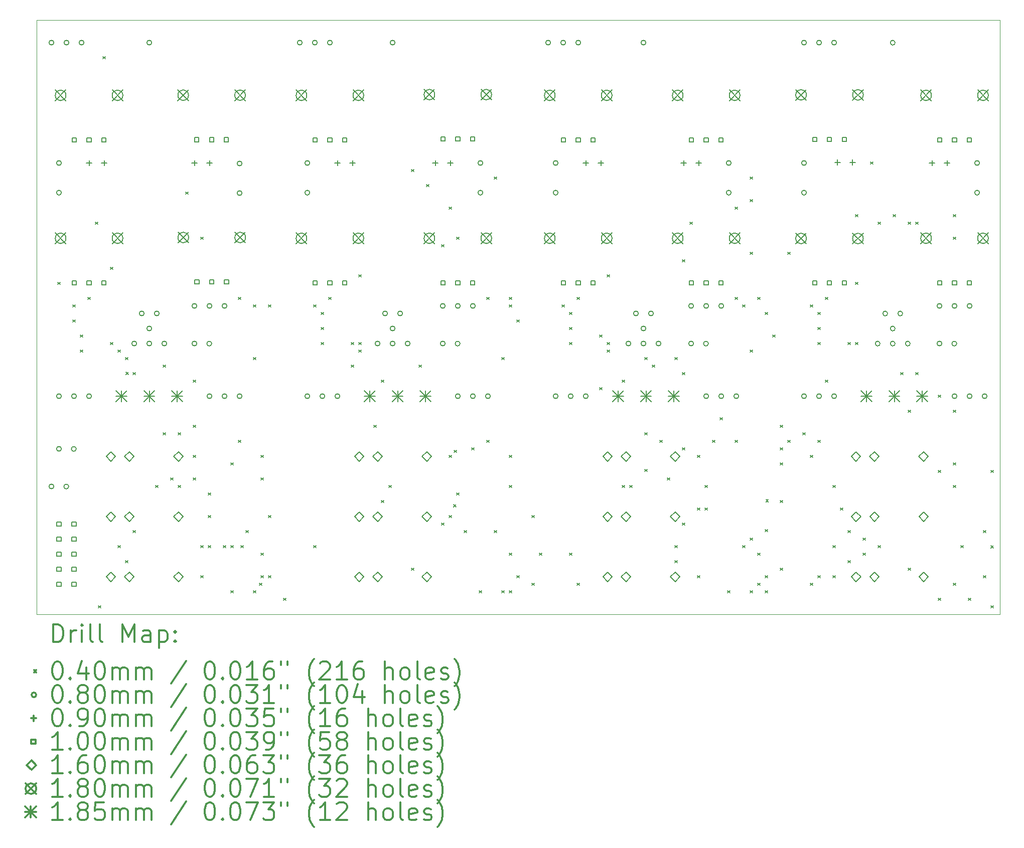
<source format=gbr>
%FSLAX45Y45*%
G04 Gerber Fmt 4.5, Leading zero omitted, Abs format (unit mm)*
G04 Created by KiCad (PCBNEW (5.1.6-0-10_14)) date 2022-01-03 23:35:30*
%MOMM*%
%LPD*%
G01*
G04 APERTURE LIST*
%TA.AperFunction,Profile*%
%ADD10C,0.050000*%
%TD*%
%ADD11C,0.200000*%
%ADD12C,0.300000*%
G04 APERTURE END LIST*
D10*
X6604000Y-14478000D02*
X22860000Y-14478000D01*
X6604000Y-4445000D02*
X6604000Y-14478000D01*
X22860000Y-4445000D02*
X6604000Y-4445000D01*
X22860000Y-14478000D02*
X22860000Y-4445000D01*
D11*
X6965000Y-8870000D02*
X7005000Y-8910000D01*
X7005000Y-8870000D02*
X6965000Y-8910000D01*
X7219000Y-9251000D02*
X7259000Y-9291000D01*
X7259000Y-9251000D02*
X7219000Y-9291000D01*
X7219000Y-9505000D02*
X7259000Y-9545000D01*
X7259000Y-9505000D02*
X7219000Y-9545000D01*
X7346000Y-9759000D02*
X7386000Y-9799000D01*
X7386000Y-9759000D02*
X7346000Y-9799000D01*
X7346000Y-10013000D02*
X7386000Y-10053000D01*
X7386000Y-10013000D02*
X7346000Y-10053000D01*
X7473000Y-9124000D02*
X7513000Y-9164000D01*
X7513000Y-9124000D02*
X7473000Y-9164000D01*
X7600000Y-7854000D02*
X7640000Y-7894000D01*
X7640000Y-7854000D02*
X7600000Y-7894000D01*
X7648250Y-14331000D02*
X7688250Y-14371000D01*
X7688250Y-14331000D02*
X7648250Y-14371000D01*
X7727000Y-5060000D02*
X7767000Y-5100000D01*
X7767000Y-5060000D02*
X7727000Y-5100000D01*
X7854000Y-8616000D02*
X7894000Y-8656000D01*
X7894000Y-8616000D02*
X7854000Y-8656000D01*
X7854000Y-9886000D02*
X7894000Y-9926000D01*
X7894000Y-9886000D02*
X7854000Y-9926000D01*
X7981000Y-10013000D02*
X8021000Y-10053000D01*
X8021000Y-10013000D02*
X7981000Y-10053000D01*
X7981000Y-13315000D02*
X8021000Y-13355000D01*
X8021000Y-13315000D02*
X7981000Y-13355000D01*
X8108000Y-10140000D02*
X8148000Y-10180000D01*
X8148000Y-10140000D02*
X8108000Y-10180000D01*
X8108000Y-13569000D02*
X8148000Y-13609000D01*
X8148000Y-13569000D02*
X8108000Y-13609000D01*
X8114740Y-10387260D02*
X8154740Y-10427260D01*
X8154740Y-10387260D02*
X8114740Y-10427260D01*
X8235000Y-10394000D02*
X8275000Y-10434000D01*
X8275000Y-10394000D02*
X8235000Y-10434000D01*
X8235000Y-13061000D02*
X8275000Y-13101000D01*
X8275000Y-13061000D02*
X8235000Y-13101000D01*
X8616000Y-12299000D02*
X8656000Y-12339000D01*
X8656000Y-12299000D02*
X8616000Y-12339000D01*
X8743000Y-10267000D02*
X8783000Y-10307000D01*
X8783000Y-10267000D02*
X8743000Y-10307000D01*
X8743000Y-11410000D02*
X8783000Y-11450000D01*
X8783000Y-11410000D02*
X8743000Y-11450000D01*
X8870000Y-12172000D02*
X8910000Y-12212000D01*
X8910000Y-12172000D02*
X8870000Y-12212000D01*
X8997000Y-11410000D02*
X9037000Y-11450000D01*
X9037000Y-11410000D02*
X8997000Y-11450000D01*
X8997000Y-12299000D02*
X9037000Y-12339000D01*
X9037000Y-12299000D02*
X8997000Y-12339000D01*
X9124000Y-7346000D02*
X9164000Y-7386000D01*
X9164000Y-7346000D02*
X9124000Y-7386000D01*
X9251000Y-10521000D02*
X9291000Y-10561000D01*
X9291000Y-10521000D02*
X9251000Y-10561000D01*
X9251000Y-11283000D02*
X9291000Y-11323000D01*
X9291000Y-11283000D02*
X9251000Y-11323000D01*
X9251000Y-11791000D02*
X9291000Y-11831000D01*
X9291000Y-11791000D02*
X9251000Y-11831000D01*
X9251000Y-12172000D02*
X9291000Y-12212000D01*
X9291000Y-12172000D02*
X9251000Y-12212000D01*
X9378000Y-8108000D02*
X9418000Y-8148000D01*
X9418000Y-8108000D02*
X9378000Y-8148000D01*
X9378000Y-13315000D02*
X9418000Y-13355000D01*
X9418000Y-13315000D02*
X9378000Y-13355000D01*
X9378000Y-13823000D02*
X9418000Y-13863000D01*
X9418000Y-13823000D02*
X9378000Y-13863000D01*
X9505000Y-12426000D02*
X9545000Y-12466000D01*
X9545000Y-12426000D02*
X9505000Y-12466000D01*
X9505000Y-12807000D02*
X9545000Y-12847000D01*
X9545000Y-12807000D02*
X9505000Y-12847000D01*
X9505000Y-13315000D02*
X9545000Y-13355000D01*
X9545000Y-13315000D02*
X9505000Y-13355000D01*
X9759000Y-13315000D02*
X9799000Y-13355000D01*
X9799000Y-13315000D02*
X9759000Y-13355000D01*
X9886000Y-11918000D02*
X9926000Y-11958000D01*
X9926000Y-11918000D02*
X9886000Y-11958000D01*
X9886000Y-13315000D02*
X9926000Y-13355000D01*
X9926000Y-13315000D02*
X9886000Y-13355000D01*
X9886000Y-14077000D02*
X9926000Y-14117000D01*
X9926000Y-14077000D02*
X9886000Y-14117000D01*
X10013000Y-9124000D02*
X10053000Y-9164000D01*
X10053000Y-9124000D02*
X10013000Y-9164000D01*
X10013000Y-11537000D02*
X10053000Y-11577000D01*
X10053000Y-11537000D02*
X10013000Y-11577000D01*
X10057499Y-13315000D02*
X10097499Y-13355000D01*
X10097499Y-13315000D02*
X10057499Y-13355000D01*
X10140000Y-13061000D02*
X10180000Y-13101000D01*
X10180000Y-13061000D02*
X10140000Y-13101000D01*
X10267000Y-9251000D02*
X10307000Y-9291000D01*
X10307000Y-9251000D02*
X10267000Y-9291000D01*
X10267000Y-10140000D02*
X10307000Y-10180000D01*
X10307000Y-10140000D02*
X10267000Y-10180000D01*
X10267000Y-14077000D02*
X10307000Y-14117000D01*
X10307000Y-14077000D02*
X10267000Y-14117000D01*
X10369750Y-13950000D02*
X10409750Y-13990000D01*
X10409750Y-13950000D02*
X10369750Y-13990000D01*
X10394000Y-11791000D02*
X10434000Y-11831000D01*
X10434000Y-11791000D02*
X10394000Y-11831000D01*
X10394000Y-12172000D02*
X10434000Y-12212000D01*
X10434000Y-12172000D02*
X10394000Y-12212000D01*
X10394000Y-13442000D02*
X10434000Y-13482000D01*
X10434000Y-13442000D02*
X10394000Y-13482000D01*
X10394000Y-13823000D02*
X10434000Y-13863000D01*
X10434000Y-13823000D02*
X10394000Y-13863000D01*
X10521000Y-9251000D02*
X10561000Y-9291000D01*
X10561000Y-9251000D02*
X10521000Y-9291000D01*
X10521000Y-12807000D02*
X10561000Y-12847000D01*
X10561000Y-12807000D02*
X10521000Y-12847000D01*
X10521000Y-13823000D02*
X10561000Y-13863000D01*
X10561000Y-13823000D02*
X10521000Y-13863000D01*
X10775000Y-14204000D02*
X10815000Y-14244000D01*
X10815000Y-14204000D02*
X10775000Y-14244000D01*
X11283000Y-9251000D02*
X11323000Y-9291000D01*
X11323000Y-9251000D02*
X11283000Y-9291000D01*
X11283000Y-13315000D02*
X11323000Y-13355000D01*
X11323000Y-13315000D02*
X11283000Y-13355000D01*
X11410000Y-9378000D02*
X11450000Y-9418000D01*
X11450000Y-9378000D02*
X11410000Y-9418000D01*
X11410000Y-9632000D02*
X11450000Y-9672000D01*
X11450000Y-9632000D02*
X11410000Y-9672000D01*
X11410000Y-9886000D02*
X11450000Y-9926000D01*
X11450000Y-9886000D02*
X11410000Y-9926000D01*
X11537000Y-9124000D02*
X11577000Y-9164000D01*
X11577000Y-9124000D02*
X11537000Y-9164000D01*
X11918000Y-9886000D02*
X11958000Y-9926000D01*
X11958000Y-9886000D02*
X11918000Y-9926000D01*
X11918000Y-10267000D02*
X11958000Y-10307000D01*
X11958000Y-10267000D02*
X11918000Y-10307000D01*
X12045000Y-8743000D02*
X12085000Y-8783000D01*
X12085000Y-8743000D02*
X12045000Y-8783000D01*
X12045000Y-9886000D02*
X12085000Y-9926000D01*
X12085000Y-9886000D02*
X12045000Y-9926000D01*
X12045000Y-10013000D02*
X12085000Y-10053000D01*
X12085000Y-10013000D02*
X12045000Y-10053000D01*
X12299000Y-11283000D02*
X12339000Y-11323000D01*
X12339000Y-11283000D02*
X12299000Y-11323000D01*
X12426000Y-10521000D02*
X12466000Y-10561000D01*
X12466000Y-10521000D02*
X12426000Y-10561000D01*
X12426000Y-12553000D02*
X12466000Y-12593000D01*
X12466000Y-12553000D02*
X12426000Y-12593000D01*
X12553000Y-12299000D02*
X12593000Y-12339000D01*
X12593000Y-12299000D02*
X12553000Y-12339000D01*
X12934000Y-6965000D02*
X12974000Y-7005000D01*
X12974000Y-6965000D02*
X12934000Y-7005000D01*
X12934000Y-13696000D02*
X12974000Y-13736000D01*
X12974000Y-13696000D02*
X12934000Y-13736000D01*
X13061000Y-10267000D02*
X13101000Y-10307000D01*
X13101000Y-10267000D02*
X13061000Y-10307000D01*
X13188000Y-7219000D02*
X13228000Y-7259000D01*
X13228000Y-7219000D02*
X13188000Y-7259000D01*
X13442000Y-8235000D02*
X13482000Y-8275000D01*
X13482000Y-8235000D02*
X13442000Y-8275000D01*
X13442000Y-12934000D02*
X13482000Y-12974000D01*
X13482000Y-12934000D02*
X13442000Y-12974000D01*
X13569000Y-7600000D02*
X13609000Y-7640000D01*
X13609000Y-7600000D02*
X13569000Y-7640000D01*
X13569000Y-11791000D02*
X13609000Y-11831000D01*
X13609000Y-11791000D02*
X13569000Y-11831000D01*
X13569000Y-12807000D02*
X13609000Y-12847000D01*
X13609000Y-12807000D02*
X13569000Y-12847000D01*
X13647976Y-12625493D02*
X13687976Y-12665493D01*
X13687976Y-12625493D02*
X13647976Y-12665493D01*
X13654001Y-11705999D02*
X13694001Y-11745999D01*
X13694001Y-11705999D02*
X13654001Y-11745999D01*
X13696000Y-8108000D02*
X13736000Y-8148000D01*
X13736000Y-8108000D02*
X13696000Y-8148000D01*
X13696000Y-12426000D02*
X13736000Y-12466000D01*
X13736000Y-12426000D02*
X13696000Y-12466000D01*
X13823000Y-13061000D02*
X13863000Y-13101000D01*
X13863000Y-13061000D02*
X13823000Y-13101000D01*
X13950000Y-11664000D02*
X13990000Y-11704000D01*
X13990000Y-11664000D02*
X13950000Y-11704000D01*
X14077000Y-14077000D02*
X14117000Y-14117000D01*
X14117000Y-14077000D02*
X14077000Y-14117000D01*
X14204000Y-9124000D02*
X14244000Y-9164000D01*
X14244000Y-9124000D02*
X14204000Y-9164000D01*
X14204000Y-11537000D02*
X14244000Y-11577000D01*
X14244000Y-11537000D02*
X14204000Y-11577000D01*
X14331000Y-7092000D02*
X14371000Y-7132000D01*
X14371000Y-7092000D02*
X14331000Y-7132000D01*
X14331000Y-13061000D02*
X14371000Y-13101000D01*
X14371000Y-13061000D02*
X14331000Y-13101000D01*
X14458000Y-10140000D02*
X14498000Y-10180000D01*
X14498000Y-10140000D02*
X14458000Y-10180000D01*
X14458000Y-14077000D02*
X14498000Y-14117000D01*
X14498000Y-14077000D02*
X14458000Y-14117000D01*
X14585000Y-9124000D02*
X14625000Y-9164000D01*
X14625000Y-9124000D02*
X14585000Y-9164000D01*
X14585000Y-9251000D02*
X14625000Y-9291000D01*
X14625000Y-9251000D02*
X14585000Y-9291000D01*
X14585000Y-11791000D02*
X14625000Y-11831000D01*
X14625000Y-11791000D02*
X14585000Y-11831000D01*
X14585000Y-12299000D02*
X14625000Y-12339000D01*
X14625000Y-12299000D02*
X14585000Y-12339000D01*
X14585000Y-13442000D02*
X14625000Y-13482000D01*
X14625000Y-13442000D02*
X14585000Y-13482000D01*
X14585000Y-14077000D02*
X14625000Y-14117000D01*
X14625000Y-14077000D02*
X14585000Y-14117000D01*
X14712000Y-9505000D02*
X14752000Y-9545000D01*
X14752000Y-9505000D02*
X14712000Y-9545000D01*
X14712000Y-13823000D02*
X14752000Y-13863000D01*
X14752000Y-13823000D02*
X14712000Y-13863000D01*
X14966000Y-12807000D02*
X15006000Y-12847000D01*
X15006000Y-12807000D02*
X14966000Y-12847000D01*
X14966000Y-13950000D02*
X15006000Y-13990000D01*
X15006000Y-13950000D02*
X14966000Y-13990000D01*
X15093000Y-13442000D02*
X15133000Y-13482000D01*
X15133000Y-13442000D02*
X15093000Y-13482000D01*
X15474000Y-9251000D02*
X15514000Y-9291000D01*
X15514000Y-9251000D02*
X15474000Y-9291000D01*
X15601000Y-9378000D02*
X15641000Y-9418000D01*
X15641000Y-9378000D02*
X15601000Y-9418000D01*
X15601000Y-9632000D02*
X15641000Y-9672000D01*
X15641000Y-9632000D02*
X15601000Y-9672000D01*
X15601000Y-9886000D02*
X15641000Y-9926000D01*
X15641000Y-9886000D02*
X15601000Y-9926000D01*
X15601000Y-13442000D02*
X15641000Y-13482000D01*
X15641000Y-13442000D02*
X15601000Y-13482000D01*
X15728000Y-9124000D02*
X15768000Y-9164000D01*
X15768000Y-9124000D02*
X15728000Y-9164000D01*
X15728000Y-13950000D02*
X15768000Y-13990000D01*
X15768000Y-13950000D02*
X15728000Y-13990000D01*
X16109000Y-9759000D02*
X16149000Y-9799000D01*
X16149000Y-9759000D02*
X16109000Y-9799000D01*
X16109000Y-10648000D02*
X16149000Y-10688000D01*
X16149000Y-10648000D02*
X16109000Y-10688000D01*
X16236000Y-8743000D02*
X16276000Y-8783000D01*
X16276000Y-8743000D02*
X16236000Y-8783000D01*
X16236000Y-9886000D02*
X16276000Y-9926000D01*
X16276000Y-9886000D02*
X16236000Y-9926000D01*
X16236000Y-10013000D02*
X16276000Y-10053000D01*
X16276000Y-10013000D02*
X16236000Y-10053000D01*
X16490000Y-10521000D02*
X16530000Y-10561000D01*
X16530000Y-10521000D02*
X16490000Y-10561000D01*
X16490000Y-12299000D02*
X16530000Y-12339000D01*
X16530000Y-12299000D02*
X16490000Y-12339000D01*
X16617000Y-12299000D02*
X16657000Y-12339000D01*
X16657000Y-12299000D02*
X16617000Y-12339000D01*
X16871000Y-10140000D02*
X16911000Y-10180000D01*
X16911000Y-10140000D02*
X16871000Y-10180000D01*
X16871000Y-11410000D02*
X16911000Y-11450000D01*
X16911000Y-11410000D02*
X16871000Y-11450000D01*
X16871000Y-12027000D02*
X16911000Y-12067000D01*
X16911000Y-12027000D02*
X16871000Y-12067000D01*
X16998000Y-10267000D02*
X17038000Y-10307000D01*
X17038000Y-10267000D02*
X16998000Y-10307000D01*
X17125000Y-11537000D02*
X17165000Y-11577000D01*
X17165000Y-11537000D02*
X17125000Y-11577000D01*
X17252000Y-12172000D02*
X17292000Y-12212000D01*
X17292000Y-12172000D02*
X17252000Y-12212000D01*
X17379000Y-10140000D02*
X17419000Y-10180000D01*
X17419000Y-10140000D02*
X17379000Y-10180000D01*
X17379000Y-13315000D02*
X17419000Y-13355000D01*
X17419000Y-13315000D02*
X17379000Y-13355000D01*
X17379000Y-13569000D02*
X17419000Y-13609000D01*
X17419000Y-13569000D02*
X17379000Y-13609000D01*
X17506000Y-8489000D02*
X17546000Y-8529000D01*
X17546000Y-8489000D02*
X17506000Y-8529000D01*
X17506000Y-10394000D02*
X17546000Y-10434000D01*
X17546000Y-10394000D02*
X17506000Y-10434000D01*
X17506000Y-11664000D02*
X17546000Y-11704000D01*
X17546000Y-11664000D02*
X17506000Y-11704000D01*
X17506000Y-12934000D02*
X17546000Y-12974000D01*
X17546000Y-12934000D02*
X17506000Y-12974000D01*
X17633000Y-7854000D02*
X17673000Y-7894000D01*
X17673000Y-7854000D02*
X17633000Y-7894000D01*
X17760000Y-11791000D02*
X17800000Y-11831000D01*
X17800000Y-11791000D02*
X17760000Y-11831000D01*
X17760000Y-12680000D02*
X17800000Y-12720000D01*
X17800000Y-12680000D02*
X17760000Y-12720000D01*
X17760000Y-13823000D02*
X17800000Y-13863000D01*
X17800000Y-13823000D02*
X17760000Y-13863000D01*
X17887000Y-12299000D02*
X17927000Y-12339000D01*
X17927000Y-12299000D02*
X17887000Y-12339000D01*
X17887000Y-12680000D02*
X17927000Y-12720000D01*
X17927000Y-12680000D02*
X17887000Y-12720000D01*
X18014000Y-11537000D02*
X18054000Y-11577000D01*
X18054000Y-11537000D02*
X18014000Y-11577000D01*
X18141000Y-11156000D02*
X18181000Y-11196000D01*
X18181000Y-11156000D02*
X18141000Y-11196000D01*
X18268000Y-14077000D02*
X18308000Y-14117000D01*
X18308000Y-14077000D02*
X18268000Y-14117000D01*
X18395000Y-7600000D02*
X18435000Y-7640000D01*
X18435000Y-7600000D02*
X18395000Y-7640000D01*
X18395000Y-9124000D02*
X18435000Y-9164000D01*
X18435000Y-9124000D02*
X18395000Y-9164000D01*
X18395000Y-11537000D02*
X18435000Y-11577000D01*
X18435000Y-11537000D02*
X18395000Y-11577000D01*
X18522000Y-9251000D02*
X18562000Y-9291000D01*
X18562000Y-9251000D02*
X18522000Y-9291000D01*
X18522000Y-13315000D02*
X18562000Y-13355000D01*
X18562000Y-13315000D02*
X18522000Y-13355000D01*
X18649000Y-7092000D02*
X18689000Y-7132000D01*
X18689000Y-7092000D02*
X18649000Y-7132000D01*
X18649000Y-7473000D02*
X18689000Y-7513000D01*
X18689000Y-7473000D02*
X18649000Y-7513000D01*
X18649000Y-8362000D02*
X18689000Y-8402000D01*
X18689000Y-8362000D02*
X18649000Y-8402000D01*
X18649000Y-10013000D02*
X18689000Y-10053000D01*
X18689000Y-10013000D02*
X18649000Y-10053000D01*
X18649000Y-13188000D02*
X18689000Y-13228000D01*
X18689000Y-13188000D02*
X18649000Y-13228000D01*
X18649000Y-14077000D02*
X18689000Y-14117000D01*
X18689000Y-14077000D02*
X18649000Y-14117000D01*
X18776000Y-9124000D02*
X18816000Y-9164000D01*
X18816000Y-9124000D02*
X18776000Y-9164000D01*
X18776000Y-13442000D02*
X18816000Y-13482000D01*
X18816000Y-13442000D02*
X18776000Y-13482000D01*
X18776000Y-13950000D02*
X18816000Y-13990000D01*
X18816000Y-13950000D02*
X18776000Y-13990000D01*
X18903000Y-9378000D02*
X18943000Y-9418000D01*
X18943000Y-9378000D02*
X18903000Y-9418000D01*
X18903000Y-13043000D02*
X18943000Y-13083000D01*
X18943000Y-13043000D02*
X18903000Y-13083000D01*
X18903000Y-13823000D02*
X18943000Y-13863000D01*
X18943000Y-13823000D02*
X18903000Y-13863000D01*
X18903000Y-14077000D02*
X18943000Y-14117000D01*
X18943000Y-14077000D02*
X18903000Y-14117000D01*
X18914890Y-12541110D02*
X18954890Y-12581110D01*
X18954890Y-12541110D02*
X18914890Y-12581110D01*
X19030000Y-9759000D02*
X19070000Y-9799000D01*
X19070000Y-9759000D02*
X19030000Y-9799000D01*
X19157000Y-11283000D02*
X19197000Y-11323000D01*
X19197000Y-11283000D02*
X19157000Y-11323000D01*
X19157000Y-11664000D02*
X19197000Y-11704000D01*
X19197000Y-11664000D02*
X19157000Y-11704000D01*
X19157000Y-11918000D02*
X19197000Y-11958000D01*
X19197000Y-11918000D02*
X19157000Y-11958000D01*
X19157000Y-12553000D02*
X19197000Y-12593000D01*
X19197000Y-12553000D02*
X19157000Y-12593000D01*
X19157000Y-13696000D02*
X19197000Y-13736000D01*
X19197000Y-13696000D02*
X19157000Y-13736000D01*
X19284000Y-8362000D02*
X19324000Y-8402000D01*
X19324000Y-8362000D02*
X19284000Y-8402000D01*
X19284000Y-11537000D02*
X19324000Y-11577000D01*
X19324000Y-11537000D02*
X19284000Y-11577000D01*
X19538000Y-11410000D02*
X19578000Y-11450000D01*
X19578000Y-11410000D02*
X19538000Y-11450000D01*
X19665000Y-9251000D02*
X19705000Y-9291000D01*
X19705000Y-9251000D02*
X19665000Y-9291000D01*
X19665000Y-11791000D02*
X19705000Y-11831000D01*
X19705000Y-11791000D02*
X19665000Y-11831000D01*
X19665000Y-13950000D02*
X19705000Y-13990000D01*
X19705000Y-13950000D02*
X19665000Y-13990000D01*
X19792000Y-9378000D02*
X19832000Y-9418000D01*
X19832000Y-9378000D02*
X19792000Y-9418000D01*
X19792000Y-9632000D02*
X19832000Y-9672000D01*
X19832000Y-9632000D02*
X19792000Y-9672000D01*
X19792000Y-9886000D02*
X19832000Y-9926000D01*
X19832000Y-9886000D02*
X19792000Y-9926000D01*
X19792000Y-11537000D02*
X19832000Y-11577000D01*
X19832000Y-11537000D02*
X19792000Y-11577000D01*
X19792000Y-13823000D02*
X19832000Y-13863000D01*
X19832000Y-13823000D02*
X19792000Y-13863000D01*
X19919000Y-9124000D02*
X19959000Y-9164000D01*
X19959000Y-9124000D02*
X19919000Y-9164000D01*
X19919000Y-10521000D02*
X19959000Y-10561000D01*
X19959000Y-10521000D02*
X19919000Y-10561000D01*
X20046000Y-12299000D02*
X20086000Y-12339000D01*
X20086000Y-12299000D02*
X20046000Y-12339000D01*
X20046000Y-13315000D02*
X20086000Y-13355000D01*
X20086000Y-13315000D02*
X20046000Y-13355000D01*
X20046000Y-13823000D02*
X20086000Y-13863000D01*
X20086000Y-13823000D02*
X20046000Y-13863000D01*
X20173000Y-12680000D02*
X20213000Y-12720000D01*
X20213000Y-12680000D02*
X20173000Y-12720000D01*
X20300000Y-9886000D02*
X20340000Y-9926000D01*
X20340000Y-9886000D02*
X20300000Y-9926000D01*
X20300000Y-13061000D02*
X20340000Y-13101000D01*
X20340000Y-13061000D02*
X20300000Y-13101000D01*
X20300000Y-13569000D02*
X20340000Y-13609000D01*
X20340000Y-13569000D02*
X20300000Y-13609000D01*
X20427000Y-7727000D02*
X20467000Y-7767000D01*
X20467000Y-7727000D02*
X20427000Y-7767000D01*
X20427000Y-8870000D02*
X20467000Y-8910000D01*
X20467000Y-8870000D02*
X20427000Y-8910000D01*
X20427000Y-9886000D02*
X20467000Y-9926000D01*
X20467000Y-9886000D02*
X20427000Y-9926000D01*
X20554000Y-13188000D02*
X20594000Y-13228000D01*
X20594000Y-13188000D02*
X20554000Y-13228000D01*
X20554000Y-13442000D02*
X20594000Y-13482000D01*
X20594000Y-13442000D02*
X20554000Y-13482000D01*
X20681000Y-6838000D02*
X20721000Y-6878000D01*
X20721000Y-6838000D02*
X20681000Y-6878000D01*
X20808000Y-7854000D02*
X20848000Y-7894000D01*
X20848000Y-7854000D02*
X20808000Y-7894000D01*
X20808000Y-13315000D02*
X20848000Y-13355000D01*
X20848000Y-13315000D02*
X20808000Y-13355000D01*
X21062000Y-7727000D02*
X21102000Y-7767000D01*
X21102000Y-7727000D02*
X21062000Y-7767000D01*
X21189000Y-10394000D02*
X21229000Y-10434000D01*
X21229000Y-10394000D02*
X21189000Y-10434000D01*
X21316000Y-7854000D02*
X21356000Y-7894000D01*
X21356000Y-7854000D02*
X21316000Y-7894000D01*
X21316000Y-11029000D02*
X21356000Y-11069000D01*
X21356000Y-11029000D02*
X21316000Y-11069000D01*
X21316000Y-13696000D02*
X21356000Y-13736000D01*
X21356000Y-13696000D02*
X21316000Y-13736000D01*
X21443000Y-7854000D02*
X21483000Y-7894000D01*
X21483000Y-7854000D02*
X21443000Y-7894000D01*
X21443000Y-10394000D02*
X21483000Y-10434000D01*
X21483000Y-10394000D02*
X21443000Y-10434000D01*
X21824000Y-10775000D02*
X21864000Y-10815000D01*
X21864000Y-10775000D02*
X21824000Y-10815000D01*
X21824000Y-12045000D02*
X21864000Y-12085000D01*
X21864000Y-12045000D02*
X21824000Y-12085000D01*
X21824000Y-14204000D02*
X21864000Y-14244000D01*
X21864000Y-14204000D02*
X21824000Y-14244000D01*
X22078000Y-7727000D02*
X22118000Y-7767000D01*
X22118000Y-7727000D02*
X22078000Y-7767000D01*
X22078000Y-8108000D02*
X22118000Y-8148000D01*
X22118000Y-8108000D02*
X22078000Y-8148000D01*
X22078000Y-11029000D02*
X22118000Y-11069000D01*
X22118000Y-11029000D02*
X22078000Y-11069000D01*
X22078000Y-11918000D02*
X22118000Y-11958000D01*
X22118000Y-11918000D02*
X22078000Y-11958000D01*
X22078000Y-12299000D02*
X22118000Y-12339000D01*
X22118000Y-12299000D02*
X22078000Y-12339000D01*
X22078000Y-13950000D02*
X22118000Y-13990000D01*
X22118000Y-13950000D02*
X22078000Y-13990000D01*
X22205000Y-13315000D02*
X22245000Y-13355000D01*
X22245000Y-13315000D02*
X22205000Y-13355000D01*
X22332000Y-14204000D02*
X22372000Y-14244000D01*
X22372000Y-14204000D02*
X22332000Y-14244000D01*
X22586000Y-13061000D02*
X22626000Y-13101000D01*
X22626000Y-13061000D02*
X22586000Y-13101000D01*
X22586000Y-13823000D02*
X22626000Y-13863000D01*
X22626000Y-13823000D02*
X22586000Y-13863000D01*
X22713000Y-12045000D02*
X22753000Y-12085000D01*
X22753000Y-12045000D02*
X22713000Y-12085000D01*
X22713000Y-14331000D02*
X22753000Y-14371000D01*
X22753000Y-14331000D02*
X22713000Y-14371000D01*
X22714470Y-13316560D02*
X22754470Y-13356560D01*
X22754470Y-13316560D02*
X22714470Y-13356560D01*
X9311000Y-9271000D02*
G75*
G03*
X9311000Y-9271000I-40000J0D01*
G01*
X9565000Y-9271000D02*
G75*
G03*
X9565000Y-9271000I-40000J0D01*
G01*
X9819000Y-9271000D02*
G75*
G03*
X9819000Y-9271000I-40000J0D01*
G01*
X19598000Y-6858000D02*
G75*
G03*
X19598000Y-6858000I-40000J0D01*
G01*
X19598000Y-7358000D02*
G75*
G03*
X19598000Y-7358000I-40000J0D01*
G01*
X21884000Y-9271000D02*
G75*
G03*
X21884000Y-9271000I-40000J0D01*
G01*
X22138000Y-9271000D02*
G75*
G03*
X22138000Y-9271000I-40000J0D01*
G01*
X22392000Y-9271000D02*
G75*
G03*
X22392000Y-9271000I-40000J0D01*
G01*
X13502000Y-9906000D02*
G75*
G03*
X13502000Y-9906000I-40000J0D01*
G01*
X13752000Y-9906000D02*
G75*
G03*
X13752000Y-9906000I-40000J0D01*
G01*
X22138000Y-10795000D02*
G75*
G03*
X22138000Y-10795000I-40000J0D01*
G01*
X22392000Y-10795000D02*
G75*
G03*
X22392000Y-10795000I-40000J0D01*
G01*
X22646000Y-10795000D02*
G75*
G03*
X22646000Y-10795000I-40000J0D01*
G01*
X10073000Y-6866000D02*
G75*
G03*
X10073000Y-6866000I-40000J0D01*
G01*
X10073000Y-7366000D02*
G75*
G03*
X10073000Y-7366000I-40000J0D01*
G01*
X22519000Y-6858000D02*
G75*
G03*
X22519000Y-6858000I-40000J0D01*
G01*
X22519000Y-7358000D02*
G75*
G03*
X22519000Y-7358000I-40000J0D01*
G01*
X11216000Y-10795000D02*
G75*
G03*
X11216000Y-10795000I-40000J0D01*
G01*
X11470000Y-10795000D02*
G75*
G03*
X11470000Y-10795000I-40000J0D01*
G01*
X11724000Y-10795000D02*
G75*
G03*
X11724000Y-10795000I-40000J0D01*
G01*
X19598000Y-4826000D02*
G75*
G03*
X19598000Y-4826000I-40000J0D01*
G01*
X19852000Y-4826000D02*
G75*
G03*
X19852000Y-4826000I-40000J0D01*
G01*
X20106000Y-4826000D02*
G75*
G03*
X20106000Y-4826000I-40000J0D01*
G01*
X6898000Y-4826000D02*
G75*
G03*
X6898000Y-4826000I-40000J0D01*
G01*
X7152000Y-4826000D02*
G75*
G03*
X7152000Y-4826000I-40000J0D01*
G01*
X7406000Y-4826000D02*
G75*
G03*
X7406000Y-4826000I-40000J0D01*
G01*
X13502000Y-9271000D02*
G75*
G03*
X13502000Y-9271000I-40000J0D01*
G01*
X13756000Y-9271000D02*
G75*
G03*
X13756000Y-9271000I-40000J0D01*
G01*
X14010000Y-9271000D02*
G75*
G03*
X14010000Y-9271000I-40000J0D01*
G01*
X11216000Y-6858000D02*
G75*
G03*
X11216000Y-6858000I-40000J0D01*
G01*
X11216000Y-7358000D02*
G75*
G03*
X11216000Y-7358000I-40000J0D01*
G01*
X8295000Y-9906000D02*
G75*
G03*
X8295000Y-9906000I-40000J0D01*
G01*
X8422000Y-9398000D02*
G75*
G03*
X8422000Y-9398000I-40000J0D01*
G01*
X8549000Y-4826000D02*
G75*
G03*
X8549000Y-4826000I-40000J0D01*
G01*
X8549000Y-9652000D02*
G75*
G03*
X8549000Y-9652000I-40000J0D01*
G01*
X8549000Y-9906000D02*
G75*
G03*
X8549000Y-9906000I-40000J0D01*
G01*
X8676000Y-9398000D02*
G75*
G03*
X8676000Y-9398000I-40000J0D01*
G01*
X8803000Y-9906000D02*
G75*
G03*
X8803000Y-9906000I-40000J0D01*
G01*
X9565000Y-10795000D02*
G75*
G03*
X9565000Y-10795000I-40000J0D01*
G01*
X9819000Y-10795000D02*
G75*
G03*
X9819000Y-10795000I-40000J0D01*
G01*
X10073000Y-10795000D02*
G75*
G03*
X10073000Y-10795000I-40000J0D01*
G01*
X15407000Y-10795000D02*
G75*
G03*
X15407000Y-10795000I-40000J0D01*
G01*
X15661000Y-10795000D02*
G75*
G03*
X15661000Y-10795000I-40000J0D01*
G01*
X15915000Y-10795000D02*
G75*
G03*
X15915000Y-10795000I-40000J0D01*
G01*
X15407000Y-6858000D02*
G75*
G03*
X15407000Y-6858000I-40000J0D01*
G01*
X15407000Y-7358000D02*
G75*
G03*
X15407000Y-7358000I-40000J0D01*
G01*
X16634667Y-9906000D02*
G75*
G03*
X16634667Y-9906000I-40000J0D01*
G01*
X16761667Y-9398000D02*
G75*
G03*
X16761667Y-9398000I-40000J0D01*
G01*
X16888667Y-4826000D02*
G75*
G03*
X16888667Y-4826000I-40000J0D01*
G01*
X16888667Y-9652000D02*
G75*
G03*
X16888667Y-9652000I-40000J0D01*
G01*
X16888667Y-9906000D02*
G75*
G03*
X16888667Y-9906000I-40000J0D01*
G01*
X17015667Y-9398000D02*
G75*
G03*
X17015667Y-9398000I-40000J0D01*
G01*
X17142667Y-9906000D02*
G75*
G03*
X17142667Y-9906000I-40000J0D01*
G01*
X11089000Y-4826000D02*
G75*
G03*
X11089000Y-4826000I-40000J0D01*
G01*
X11343000Y-4826000D02*
G75*
G03*
X11343000Y-4826000I-40000J0D01*
G01*
X11597000Y-4826000D02*
G75*
G03*
X11597000Y-4826000I-40000J0D01*
G01*
X6898000Y-12319000D02*
G75*
G03*
X6898000Y-12319000I-40000J0D01*
G01*
X7148000Y-12319000D02*
G75*
G03*
X7148000Y-12319000I-40000J0D01*
G01*
X17693000Y-9271000D02*
G75*
G03*
X17693000Y-9271000I-40000J0D01*
G01*
X17947000Y-9271000D02*
G75*
G03*
X17947000Y-9271000I-40000J0D01*
G01*
X18201000Y-9271000D02*
G75*
G03*
X18201000Y-9271000I-40000J0D01*
G01*
X17693000Y-9906000D02*
G75*
G03*
X17693000Y-9906000I-40000J0D01*
G01*
X17943000Y-9906000D02*
G75*
G03*
X17943000Y-9906000I-40000J0D01*
G01*
X14137000Y-6858000D02*
G75*
G03*
X14137000Y-6858000I-40000J0D01*
G01*
X14137000Y-7358000D02*
G75*
G03*
X14137000Y-7358000I-40000J0D01*
G01*
X20841000Y-9906000D02*
G75*
G03*
X20841000Y-9906000I-40000J0D01*
G01*
X20968000Y-9398000D02*
G75*
G03*
X20968000Y-9398000I-40000J0D01*
G01*
X21095000Y-4826000D02*
G75*
G03*
X21095000Y-4826000I-40000J0D01*
G01*
X21095000Y-9652000D02*
G75*
G03*
X21095000Y-9652000I-40000J0D01*
G01*
X21095000Y-9906000D02*
G75*
G03*
X21095000Y-9906000I-40000J0D01*
G01*
X21222000Y-9398000D02*
G75*
G03*
X21222000Y-9398000I-40000J0D01*
G01*
X21349000Y-9906000D02*
G75*
G03*
X21349000Y-9906000I-40000J0D01*
G01*
X9311000Y-9906000D02*
G75*
G03*
X9311000Y-9906000I-40000J0D01*
G01*
X9561000Y-9906000D02*
G75*
G03*
X9561000Y-9906000I-40000J0D01*
G01*
X13756000Y-10795000D02*
G75*
G03*
X13756000Y-10795000I-40000J0D01*
G01*
X14010000Y-10795000D02*
G75*
G03*
X14010000Y-10795000I-40000J0D01*
G01*
X14264000Y-10795000D02*
G75*
G03*
X14264000Y-10795000I-40000J0D01*
G01*
X19598000Y-10795000D02*
G75*
G03*
X19598000Y-10795000I-40000J0D01*
G01*
X19852000Y-10795000D02*
G75*
G03*
X19852000Y-10795000I-40000J0D01*
G01*
X20106000Y-10795000D02*
G75*
G03*
X20106000Y-10795000I-40000J0D01*
G01*
X21884000Y-9906000D02*
G75*
G03*
X21884000Y-9906000I-40000J0D01*
G01*
X22134000Y-9906000D02*
G75*
G03*
X22134000Y-9906000I-40000J0D01*
G01*
X17947000Y-10795000D02*
G75*
G03*
X17947000Y-10795000I-40000J0D01*
G01*
X18201000Y-10795000D02*
G75*
G03*
X18201000Y-10795000I-40000J0D01*
G01*
X18455000Y-10795000D02*
G75*
G03*
X18455000Y-10795000I-40000J0D01*
G01*
X18328000Y-6858000D02*
G75*
G03*
X18328000Y-6858000I-40000J0D01*
G01*
X18328000Y-7358000D02*
G75*
G03*
X18328000Y-7358000I-40000J0D01*
G01*
X15280000Y-4826000D02*
G75*
G03*
X15280000Y-4826000I-40000J0D01*
G01*
X15534000Y-4826000D02*
G75*
G03*
X15534000Y-4826000I-40000J0D01*
G01*
X15788000Y-4826000D02*
G75*
G03*
X15788000Y-4826000I-40000J0D01*
G01*
X7025000Y-11684000D02*
G75*
G03*
X7025000Y-11684000I-40000J0D01*
G01*
X7275000Y-11684000D02*
G75*
G03*
X7275000Y-11684000I-40000J0D01*
G01*
X7025000Y-10795000D02*
G75*
G03*
X7025000Y-10795000I-40000J0D01*
G01*
X7279000Y-10795000D02*
G75*
G03*
X7279000Y-10795000I-40000J0D01*
G01*
X7533000Y-10795000D02*
G75*
G03*
X7533000Y-10795000I-40000J0D01*
G01*
X12401333Y-9906000D02*
G75*
G03*
X12401333Y-9906000I-40000J0D01*
G01*
X12528333Y-9398000D02*
G75*
G03*
X12528333Y-9398000I-40000J0D01*
G01*
X12655333Y-4826000D02*
G75*
G03*
X12655333Y-4826000I-40000J0D01*
G01*
X12655333Y-9652000D02*
G75*
G03*
X12655333Y-9652000I-40000J0D01*
G01*
X12655333Y-9906000D02*
G75*
G03*
X12655333Y-9906000I-40000J0D01*
G01*
X12782333Y-9398000D02*
G75*
G03*
X12782333Y-9398000I-40000J0D01*
G01*
X12909333Y-9906000D02*
G75*
G03*
X12909333Y-9906000I-40000J0D01*
G01*
X7025000Y-6858000D02*
G75*
G03*
X7025000Y-6858000I-40000J0D01*
G01*
X7025000Y-7358000D02*
G75*
G03*
X7025000Y-7358000I-40000J0D01*
G01*
X7493000Y-6813000D02*
X7493000Y-6903000D01*
X7448000Y-6858000D02*
X7538000Y-6858000D01*
X7747000Y-6813000D02*
X7747000Y-6903000D01*
X7702000Y-6858000D02*
X7792000Y-6858000D01*
X20125000Y-6801000D02*
X20125000Y-6891000D01*
X20080000Y-6846000D02*
X20170000Y-6846000D01*
X16129000Y-6813000D02*
X16129000Y-6903000D01*
X16084000Y-6858000D02*
X16174000Y-6858000D01*
X21717000Y-6813000D02*
X21717000Y-6903000D01*
X21672000Y-6858000D02*
X21762000Y-6858000D01*
X21971000Y-6813000D02*
X21971000Y-6903000D01*
X21926000Y-6858000D02*
X22016000Y-6858000D01*
X17526000Y-6813000D02*
X17526000Y-6903000D01*
X17481000Y-6858000D02*
X17571000Y-6858000D01*
X17780000Y-6813000D02*
X17780000Y-6903000D01*
X17735000Y-6858000D02*
X17825000Y-6858000D01*
X11684000Y-6813000D02*
X11684000Y-6903000D01*
X11639000Y-6858000D02*
X11729000Y-6858000D01*
X11938000Y-6813000D02*
X11938000Y-6903000D01*
X11893000Y-6858000D02*
X11983000Y-6858000D01*
X13335000Y-6813000D02*
X13335000Y-6903000D01*
X13290000Y-6858000D02*
X13380000Y-6858000D01*
X9271000Y-6813000D02*
X9271000Y-6903000D01*
X9226000Y-6858000D02*
X9316000Y-6858000D01*
X9525000Y-6813000D02*
X9525000Y-6903000D01*
X9480000Y-6858000D02*
X9570000Y-6858000D01*
X20379000Y-6801000D02*
X20379000Y-6891000D01*
X20334000Y-6846000D02*
X20424000Y-6846000D01*
X15875000Y-6813000D02*
X15875000Y-6903000D01*
X15830000Y-6858000D02*
X15920000Y-6858000D01*
X13589000Y-6813000D02*
X13589000Y-6903000D01*
X13544000Y-6858000D02*
X13634000Y-6858000D01*
X15533356Y-6500356D02*
X15533356Y-6429644D01*
X15462644Y-6429644D01*
X15462644Y-6500356D01*
X15533356Y-6500356D01*
X15783356Y-6500356D02*
X15783356Y-6429644D01*
X15712644Y-6429644D01*
X15712644Y-6500356D01*
X15783356Y-6500356D01*
X16033356Y-6500356D02*
X16033356Y-6429644D01*
X15962644Y-6429644D01*
X15962644Y-6500356D01*
X16033356Y-6500356D01*
X21883356Y-8913356D02*
X21883356Y-8842644D01*
X21812644Y-8842644D01*
X21812644Y-8913356D01*
X21883356Y-8913356D01*
X22133356Y-8913356D02*
X22133356Y-8842644D01*
X22062644Y-8842644D01*
X22062644Y-8913356D01*
X22133356Y-8913356D01*
X22383356Y-8913356D02*
X22383356Y-8842644D01*
X22312644Y-8842644D01*
X22312644Y-8913356D01*
X22383356Y-8913356D01*
X7278356Y-6500356D02*
X7278356Y-6429644D01*
X7207644Y-6429644D01*
X7207644Y-6500356D01*
X7278356Y-6500356D01*
X7528356Y-6500356D02*
X7528356Y-6429644D01*
X7457644Y-6429644D01*
X7457644Y-6500356D01*
X7528356Y-6500356D01*
X7778356Y-6500356D02*
X7778356Y-6429644D01*
X7707644Y-6429644D01*
X7707644Y-6500356D01*
X7778356Y-6500356D01*
X13501356Y-8913356D02*
X13501356Y-8842644D01*
X13430644Y-8842644D01*
X13430644Y-8913356D01*
X13501356Y-8913356D01*
X13751356Y-8913356D02*
X13751356Y-8842644D01*
X13680644Y-8842644D01*
X13680644Y-8913356D01*
X13751356Y-8913356D01*
X14001356Y-8913356D02*
X14001356Y-8842644D01*
X13930644Y-8842644D01*
X13930644Y-8913356D01*
X14001356Y-8913356D01*
X15533356Y-8913356D02*
X15533356Y-8842644D01*
X15462644Y-8842644D01*
X15462644Y-8913356D01*
X15533356Y-8913356D01*
X15783356Y-8913356D02*
X15783356Y-8842644D01*
X15712644Y-8842644D01*
X15712644Y-8913356D01*
X15783356Y-8913356D01*
X16033356Y-8913356D02*
X16033356Y-8842644D01*
X15962644Y-8842644D01*
X15962644Y-8913356D01*
X16033356Y-8913356D01*
X7278356Y-8913356D02*
X7278356Y-8842644D01*
X7207644Y-8842644D01*
X7207644Y-8913356D01*
X7278356Y-8913356D01*
X7528356Y-8913356D02*
X7528356Y-8842644D01*
X7457644Y-8842644D01*
X7457644Y-8913356D01*
X7528356Y-8913356D01*
X7778356Y-8913356D02*
X7778356Y-8842644D01*
X7707644Y-8842644D01*
X7707644Y-8913356D01*
X7778356Y-8913356D01*
X17692356Y-6500356D02*
X17692356Y-6429644D01*
X17621644Y-6429644D01*
X17621644Y-6500356D01*
X17692356Y-6500356D01*
X17942356Y-6500356D02*
X17942356Y-6429644D01*
X17871644Y-6429644D01*
X17871644Y-6500356D01*
X17942356Y-6500356D01*
X18192356Y-6500356D02*
X18192356Y-6429644D01*
X18121644Y-6429644D01*
X18121644Y-6500356D01*
X18192356Y-6500356D01*
X19773356Y-6492356D02*
X19773356Y-6421644D01*
X19702644Y-6421644D01*
X19702644Y-6492356D01*
X19773356Y-6492356D01*
X20023356Y-6492356D02*
X20023356Y-6421644D01*
X19952644Y-6421644D01*
X19952644Y-6492356D01*
X20023356Y-6492356D01*
X20273356Y-6492356D02*
X20273356Y-6421644D01*
X20202644Y-6421644D01*
X20202644Y-6492356D01*
X20273356Y-6492356D01*
X9346356Y-6498356D02*
X9346356Y-6427644D01*
X9275644Y-6427644D01*
X9275644Y-6498356D01*
X9346356Y-6498356D01*
X9596356Y-6498356D02*
X9596356Y-6427644D01*
X9525644Y-6427644D01*
X9525644Y-6498356D01*
X9596356Y-6498356D01*
X9846356Y-6498356D02*
X9846356Y-6427644D01*
X9775644Y-6427644D01*
X9775644Y-6498356D01*
X9846356Y-6498356D01*
X7020356Y-12989356D02*
X7020356Y-12918644D01*
X6949644Y-12918644D01*
X6949644Y-12989356D01*
X7020356Y-12989356D01*
X7020356Y-13243356D02*
X7020356Y-13172644D01*
X6949644Y-13172644D01*
X6949644Y-13243356D01*
X7020356Y-13243356D01*
X7020356Y-13497356D02*
X7020356Y-13426644D01*
X6949644Y-13426644D01*
X6949644Y-13497356D01*
X7020356Y-13497356D01*
X7020356Y-13751356D02*
X7020356Y-13680644D01*
X6949644Y-13680644D01*
X6949644Y-13751356D01*
X7020356Y-13751356D01*
X7020356Y-14005356D02*
X7020356Y-13934644D01*
X6949644Y-13934644D01*
X6949644Y-14005356D01*
X7020356Y-14005356D01*
X7274356Y-12989356D02*
X7274356Y-12918644D01*
X7203644Y-12918644D01*
X7203644Y-12989356D01*
X7274356Y-12989356D01*
X7274356Y-13243356D02*
X7274356Y-13172644D01*
X7203644Y-13172644D01*
X7203644Y-13243356D01*
X7274356Y-13243356D01*
X7274356Y-13497356D02*
X7274356Y-13426644D01*
X7203644Y-13426644D01*
X7203644Y-13497356D01*
X7274356Y-13497356D01*
X7274356Y-13751356D02*
X7274356Y-13680644D01*
X7203644Y-13680644D01*
X7203644Y-13751356D01*
X7274356Y-13751356D01*
X7274356Y-14005356D02*
X7274356Y-13934644D01*
X7203644Y-13934644D01*
X7203644Y-14005356D01*
X7274356Y-14005356D01*
X11342356Y-6500356D02*
X11342356Y-6429644D01*
X11271644Y-6429644D01*
X11271644Y-6500356D01*
X11342356Y-6500356D01*
X11592356Y-6500356D02*
X11592356Y-6429644D01*
X11521644Y-6429644D01*
X11521644Y-6500356D01*
X11592356Y-6500356D01*
X11842356Y-6500356D02*
X11842356Y-6429644D01*
X11771644Y-6429644D01*
X11771644Y-6500356D01*
X11842356Y-6500356D01*
X17692356Y-8913356D02*
X17692356Y-8842644D01*
X17621644Y-8842644D01*
X17621644Y-8913356D01*
X17692356Y-8913356D01*
X17942356Y-8913356D02*
X17942356Y-8842644D01*
X17871644Y-8842644D01*
X17871644Y-8913356D01*
X17942356Y-8913356D01*
X18192356Y-8913356D02*
X18192356Y-8842644D01*
X18121644Y-8842644D01*
X18121644Y-8913356D01*
X18192356Y-8913356D01*
X9348456Y-8900656D02*
X9348456Y-8829944D01*
X9277744Y-8829944D01*
X9277744Y-8900656D01*
X9348456Y-8900656D01*
X9598456Y-8900656D02*
X9598456Y-8829944D01*
X9527744Y-8829944D01*
X9527744Y-8900656D01*
X9598456Y-8900656D01*
X9848456Y-8900656D02*
X9848456Y-8829944D01*
X9777744Y-8829944D01*
X9777744Y-8900656D01*
X9848456Y-8900656D01*
X19773356Y-8917356D02*
X19773356Y-8846644D01*
X19702644Y-8846644D01*
X19702644Y-8917356D01*
X19773356Y-8917356D01*
X20023356Y-8917356D02*
X20023356Y-8846644D01*
X19952644Y-8846644D01*
X19952644Y-8917356D01*
X20023356Y-8917356D01*
X20273356Y-8917356D02*
X20273356Y-8846644D01*
X20202644Y-8846644D01*
X20202644Y-8917356D01*
X20273356Y-8917356D01*
X11342356Y-8913356D02*
X11342356Y-8842644D01*
X11271644Y-8842644D01*
X11271644Y-8913356D01*
X11342356Y-8913356D01*
X11592356Y-8913356D02*
X11592356Y-8842644D01*
X11521644Y-8842644D01*
X11521644Y-8913356D01*
X11592356Y-8913356D01*
X11842356Y-8913356D02*
X11842356Y-8842644D01*
X11771644Y-8842644D01*
X11771644Y-8913356D01*
X11842356Y-8913356D01*
X21883356Y-6500356D02*
X21883356Y-6429644D01*
X21812644Y-6429644D01*
X21812644Y-6500356D01*
X21883356Y-6500356D01*
X22133356Y-6500356D02*
X22133356Y-6429644D01*
X22062644Y-6429644D01*
X22062644Y-6500356D01*
X22133356Y-6500356D01*
X22383356Y-6500356D02*
X22383356Y-6429644D01*
X22312644Y-6429644D01*
X22312644Y-6500356D01*
X22383356Y-6500356D01*
X13501356Y-6488356D02*
X13501356Y-6417644D01*
X13430644Y-6417644D01*
X13430644Y-6488356D01*
X13501356Y-6488356D01*
X13751356Y-6488356D02*
X13751356Y-6417644D01*
X13680644Y-6417644D01*
X13680644Y-6488356D01*
X13751356Y-6488356D01*
X14001356Y-6488356D02*
X14001356Y-6417644D01*
X13930644Y-6417644D01*
X13930644Y-6488356D01*
X14001356Y-6488356D01*
X7861000Y-13923000D02*
X7941000Y-13843000D01*
X7861000Y-13763000D01*
X7781000Y-13843000D01*
X7861000Y-13923000D01*
X8171000Y-13923000D02*
X8251000Y-13843000D01*
X8171000Y-13763000D01*
X8091000Y-13843000D01*
X8171000Y-13923000D01*
X9001000Y-13923000D02*
X9081000Y-13843000D01*
X9001000Y-13763000D01*
X8921000Y-13843000D01*
X9001000Y-13923000D01*
X12052000Y-12907000D02*
X12132000Y-12827000D01*
X12052000Y-12747000D01*
X11972000Y-12827000D01*
X12052000Y-12907000D01*
X12362000Y-12907000D02*
X12442000Y-12827000D01*
X12362000Y-12747000D01*
X12282000Y-12827000D01*
X12362000Y-12907000D01*
X13192000Y-12907000D02*
X13272000Y-12827000D01*
X13192000Y-12747000D01*
X13112000Y-12827000D01*
X13192000Y-12907000D01*
X16243000Y-13923000D02*
X16323000Y-13843000D01*
X16243000Y-13763000D01*
X16163000Y-13843000D01*
X16243000Y-13923000D01*
X16553000Y-13923000D02*
X16633000Y-13843000D01*
X16553000Y-13763000D01*
X16473000Y-13843000D01*
X16553000Y-13923000D01*
X17383000Y-13923000D02*
X17463000Y-13843000D01*
X17383000Y-13763000D01*
X17303000Y-13843000D01*
X17383000Y-13923000D01*
X20437000Y-12907000D02*
X20517000Y-12827000D01*
X20437000Y-12747000D01*
X20357000Y-12827000D01*
X20437000Y-12907000D01*
X20747000Y-12907000D02*
X20827000Y-12827000D01*
X20747000Y-12747000D01*
X20667000Y-12827000D01*
X20747000Y-12907000D01*
X21577000Y-12907000D02*
X21657000Y-12827000D01*
X21577000Y-12747000D01*
X21497000Y-12827000D01*
X21577000Y-12907000D01*
X12052000Y-11891000D02*
X12132000Y-11811000D01*
X12052000Y-11731000D01*
X11972000Y-11811000D01*
X12052000Y-11891000D01*
X12362000Y-11891000D02*
X12442000Y-11811000D01*
X12362000Y-11731000D01*
X12282000Y-11811000D01*
X12362000Y-11891000D01*
X13192000Y-11891000D02*
X13272000Y-11811000D01*
X13192000Y-11731000D01*
X13112000Y-11811000D01*
X13192000Y-11891000D01*
X20434000Y-11891000D02*
X20514000Y-11811000D01*
X20434000Y-11731000D01*
X20354000Y-11811000D01*
X20434000Y-11891000D01*
X20744000Y-11891000D02*
X20824000Y-11811000D01*
X20744000Y-11731000D01*
X20664000Y-11811000D01*
X20744000Y-11891000D01*
X21574000Y-11891000D02*
X21654000Y-11811000D01*
X21574000Y-11731000D01*
X21494000Y-11811000D01*
X21574000Y-11891000D01*
X7861000Y-12907000D02*
X7941000Y-12827000D01*
X7861000Y-12747000D01*
X7781000Y-12827000D01*
X7861000Y-12907000D01*
X8171000Y-12907000D02*
X8251000Y-12827000D01*
X8171000Y-12747000D01*
X8091000Y-12827000D01*
X8171000Y-12907000D01*
X9001000Y-12907000D02*
X9081000Y-12827000D01*
X9001000Y-12747000D01*
X8921000Y-12827000D01*
X9001000Y-12907000D01*
X12052000Y-13923000D02*
X12132000Y-13843000D01*
X12052000Y-13763000D01*
X11972000Y-13843000D01*
X12052000Y-13923000D01*
X12362000Y-13923000D02*
X12442000Y-13843000D01*
X12362000Y-13763000D01*
X12282000Y-13843000D01*
X12362000Y-13923000D01*
X13192000Y-13923000D02*
X13272000Y-13843000D01*
X13192000Y-13763000D01*
X13112000Y-13843000D01*
X13192000Y-13923000D01*
X16243000Y-12907000D02*
X16323000Y-12827000D01*
X16243000Y-12747000D01*
X16163000Y-12827000D01*
X16243000Y-12907000D01*
X16553000Y-12907000D02*
X16633000Y-12827000D01*
X16553000Y-12747000D01*
X16473000Y-12827000D01*
X16553000Y-12907000D01*
X17383000Y-12907000D02*
X17463000Y-12827000D01*
X17383000Y-12747000D01*
X17303000Y-12827000D01*
X17383000Y-12907000D01*
X20437000Y-13923000D02*
X20517000Y-13843000D01*
X20437000Y-13763000D01*
X20357000Y-13843000D01*
X20437000Y-13923000D01*
X20747000Y-13923000D02*
X20827000Y-13843000D01*
X20747000Y-13763000D01*
X20667000Y-13843000D01*
X20747000Y-13923000D01*
X21577000Y-13923000D02*
X21657000Y-13843000D01*
X21577000Y-13763000D01*
X21497000Y-13843000D01*
X21577000Y-13923000D01*
X7861000Y-11891000D02*
X7941000Y-11811000D01*
X7861000Y-11731000D01*
X7781000Y-11811000D01*
X7861000Y-11891000D01*
X8171000Y-11891000D02*
X8251000Y-11811000D01*
X8171000Y-11731000D01*
X8091000Y-11811000D01*
X8171000Y-11891000D01*
X9001000Y-11891000D02*
X9081000Y-11811000D01*
X9001000Y-11731000D01*
X8921000Y-11811000D01*
X9001000Y-11891000D01*
X16243000Y-11891000D02*
X16323000Y-11811000D01*
X16243000Y-11731000D01*
X16163000Y-11811000D01*
X16243000Y-11891000D01*
X16553000Y-11891000D02*
X16633000Y-11811000D01*
X16553000Y-11731000D01*
X16473000Y-11811000D01*
X16553000Y-11891000D01*
X17383000Y-11891000D02*
X17463000Y-11811000D01*
X17383000Y-11731000D01*
X17303000Y-11811000D01*
X17383000Y-11891000D01*
X19418000Y-5617000D02*
X19598000Y-5797000D01*
X19598000Y-5617000D02*
X19418000Y-5797000D01*
X19598000Y-5707000D02*
G75*
G03*
X19598000Y-5707000I-90000J0D01*
G01*
X20378000Y-5617000D02*
X20558000Y-5797000D01*
X20558000Y-5617000D02*
X20378000Y-5797000D01*
X20558000Y-5707000D02*
G75*
G03*
X20558000Y-5707000I-90000J0D01*
G01*
X8991000Y-5623000D02*
X9171000Y-5803000D01*
X9171000Y-5623000D02*
X8991000Y-5803000D01*
X9171000Y-5713000D02*
G75*
G03*
X9171000Y-5713000I-90000J0D01*
G01*
X9951000Y-5623000D02*
X10131000Y-5803000D01*
X10131000Y-5623000D02*
X9951000Y-5803000D01*
X10131000Y-5713000D02*
G75*
G03*
X10131000Y-5713000I-90000J0D01*
G01*
X10987000Y-5625000D02*
X11167000Y-5805000D01*
X11167000Y-5625000D02*
X10987000Y-5805000D01*
X11167000Y-5715000D02*
G75*
G03*
X11167000Y-5715000I-90000J0D01*
G01*
X11947000Y-5625000D02*
X12127000Y-5805000D01*
X12127000Y-5625000D02*
X11947000Y-5805000D01*
X12127000Y-5715000D02*
G75*
G03*
X12127000Y-5715000I-90000J0D01*
G01*
X17337000Y-8038000D02*
X17517000Y-8218000D01*
X17517000Y-8038000D02*
X17337000Y-8218000D01*
X17517000Y-8128000D02*
G75*
G03*
X17517000Y-8128000I-90000J0D01*
G01*
X18297000Y-8038000D02*
X18477000Y-8218000D01*
X18477000Y-8038000D02*
X18297000Y-8218000D01*
X18477000Y-8128000D02*
G75*
G03*
X18477000Y-8128000I-90000J0D01*
G01*
X8993100Y-8025300D02*
X9173100Y-8205300D01*
X9173100Y-8025300D02*
X8993100Y-8205300D01*
X9173100Y-8115300D02*
G75*
G03*
X9173100Y-8115300I-90000J0D01*
G01*
X9953100Y-8025300D02*
X10133100Y-8205300D01*
X10133100Y-8025300D02*
X9953100Y-8205300D01*
X10133100Y-8115300D02*
G75*
G03*
X10133100Y-8115300I-90000J0D01*
G01*
X19418000Y-8042000D02*
X19598000Y-8222000D01*
X19598000Y-8042000D02*
X19418000Y-8222000D01*
X19598000Y-8132000D02*
G75*
G03*
X19598000Y-8132000I-90000J0D01*
G01*
X20378000Y-8042000D02*
X20558000Y-8222000D01*
X20558000Y-8042000D02*
X20378000Y-8222000D01*
X20558000Y-8132000D02*
G75*
G03*
X20558000Y-8132000I-90000J0D01*
G01*
X10987000Y-8038000D02*
X11167000Y-8218000D01*
X11167000Y-8038000D02*
X10987000Y-8218000D01*
X11167000Y-8128000D02*
G75*
G03*
X11167000Y-8128000I-90000J0D01*
G01*
X11947000Y-8038000D02*
X12127000Y-8218000D01*
X12127000Y-8038000D02*
X11947000Y-8218000D01*
X12127000Y-8128000D02*
G75*
G03*
X12127000Y-8128000I-90000J0D01*
G01*
X21528000Y-5625000D02*
X21708000Y-5805000D01*
X21708000Y-5625000D02*
X21528000Y-5805000D01*
X21708000Y-5715000D02*
G75*
G03*
X21708000Y-5715000I-90000J0D01*
G01*
X22488000Y-5625000D02*
X22668000Y-5805000D01*
X22668000Y-5625000D02*
X22488000Y-5805000D01*
X22668000Y-5715000D02*
G75*
G03*
X22668000Y-5715000I-90000J0D01*
G01*
X13146000Y-5613000D02*
X13326000Y-5793000D01*
X13326000Y-5613000D02*
X13146000Y-5793000D01*
X13326000Y-5703000D02*
G75*
G03*
X13326000Y-5703000I-90000J0D01*
G01*
X14106000Y-5613000D02*
X14286000Y-5793000D01*
X14286000Y-5613000D02*
X14106000Y-5793000D01*
X14286000Y-5703000D02*
G75*
G03*
X14286000Y-5703000I-90000J0D01*
G01*
X15178000Y-5625000D02*
X15358000Y-5805000D01*
X15358000Y-5625000D02*
X15178000Y-5805000D01*
X15358000Y-5715000D02*
G75*
G03*
X15358000Y-5715000I-90000J0D01*
G01*
X16138000Y-5625000D02*
X16318000Y-5805000D01*
X16318000Y-5625000D02*
X16138000Y-5805000D01*
X16318000Y-5715000D02*
G75*
G03*
X16318000Y-5715000I-90000J0D01*
G01*
X21528000Y-8038000D02*
X21708000Y-8218000D01*
X21708000Y-8038000D02*
X21528000Y-8218000D01*
X21708000Y-8128000D02*
G75*
G03*
X21708000Y-8128000I-90000J0D01*
G01*
X22488000Y-8038000D02*
X22668000Y-8218000D01*
X22668000Y-8038000D02*
X22488000Y-8218000D01*
X22668000Y-8128000D02*
G75*
G03*
X22668000Y-8128000I-90000J0D01*
G01*
X6923000Y-5625000D02*
X7103000Y-5805000D01*
X7103000Y-5625000D02*
X6923000Y-5805000D01*
X7103000Y-5715000D02*
G75*
G03*
X7103000Y-5715000I-90000J0D01*
G01*
X7883000Y-5625000D02*
X8063000Y-5805000D01*
X8063000Y-5625000D02*
X7883000Y-5805000D01*
X8063000Y-5715000D02*
G75*
G03*
X8063000Y-5715000I-90000J0D01*
G01*
X13146000Y-8038000D02*
X13326000Y-8218000D01*
X13326000Y-8038000D02*
X13146000Y-8218000D01*
X13326000Y-8128000D02*
G75*
G03*
X13326000Y-8128000I-90000J0D01*
G01*
X14106000Y-8038000D02*
X14286000Y-8218000D01*
X14286000Y-8038000D02*
X14106000Y-8218000D01*
X14286000Y-8128000D02*
G75*
G03*
X14286000Y-8128000I-90000J0D01*
G01*
X15178000Y-8038000D02*
X15358000Y-8218000D01*
X15358000Y-8038000D02*
X15178000Y-8218000D01*
X15358000Y-8128000D02*
G75*
G03*
X15358000Y-8128000I-90000J0D01*
G01*
X16138000Y-8038000D02*
X16318000Y-8218000D01*
X16318000Y-8038000D02*
X16138000Y-8218000D01*
X16318000Y-8128000D02*
G75*
G03*
X16318000Y-8128000I-90000J0D01*
G01*
X6923000Y-8038000D02*
X7103000Y-8218000D01*
X7103000Y-8038000D02*
X6923000Y-8218000D01*
X7103000Y-8128000D02*
G75*
G03*
X7103000Y-8128000I-90000J0D01*
G01*
X7883000Y-8038000D02*
X8063000Y-8218000D01*
X8063000Y-8038000D02*
X7883000Y-8218000D01*
X8063000Y-8128000D02*
G75*
G03*
X8063000Y-8128000I-90000J0D01*
G01*
X17337000Y-5625000D02*
X17517000Y-5805000D01*
X17517000Y-5625000D02*
X17337000Y-5805000D01*
X17517000Y-5715000D02*
G75*
G03*
X17517000Y-5715000I-90000J0D01*
G01*
X18297000Y-5625000D02*
X18477000Y-5805000D01*
X18477000Y-5625000D02*
X18297000Y-5805000D01*
X18477000Y-5715000D02*
G75*
G03*
X18477000Y-5715000I-90000J0D01*
G01*
X12137500Y-10702500D02*
X12322500Y-10887500D01*
X12322500Y-10702500D02*
X12137500Y-10887500D01*
X12230000Y-10702500D02*
X12230000Y-10887500D01*
X12137500Y-10795000D02*
X12322500Y-10795000D01*
X12607500Y-10702500D02*
X12792500Y-10887500D01*
X12792500Y-10702500D02*
X12607500Y-10887500D01*
X12700000Y-10702500D02*
X12700000Y-10887500D01*
X12607500Y-10795000D02*
X12792500Y-10795000D01*
X13077500Y-10702500D02*
X13262500Y-10887500D01*
X13262500Y-10702500D02*
X13077500Y-10887500D01*
X13170000Y-10702500D02*
X13170000Y-10887500D01*
X13077500Y-10795000D02*
X13262500Y-10795000D01*
X20519500Y-10702500D02*
X20704500Y-10887500D01*
X20704500Y-10702500D02*
X20519500Y-10887500D01*
X20612000Y-10702500D02*
X20612000Y-10887500D01*
X20519500Y-10795000D02*
X20704500Y-10795000D01*
X20989500Y-10702500D02*
X21174500Y-10887500D01*
X21174500Y-10702500D02*
X20989500Y-10887500D01*
X21082000Y-10702500D02*
X21082000Y-10887500D01*
X20989500Y-10795000D02*
X21174500Y-10795000D01*
X21459500Y-10702500D02*
X21644500Y-10887500D01*
X21644500Y-10702500D02*
X21459500Y-10887500D01*
X21552000Y-10702500D02*
X21552000Y-10887500D01*
X21459500Y-10795000D02*
X21644500Y-10795000D01*
X7946500Y-10702500D02*
X8131500Y-10887500D01*
X8131500Y-10702500D02*
X7946500Y-10887500D01*
X8039000Y-10702500D02*
X8039000Y-10887500D01*
X7946500Y-10795000D02*
X8131500Y-10795000D01*
X8416500Y-10702500D02*
X8601500Y-10887500D01*
X8601500Y-10702500D02*
X8416500Y-10887500D01*
X8509000Y-10702500D02*
X8509000Y-10887500D01*
X8416500Y-10795000D02*
X8601500Y-10795000D01*
X8886500Y-10702500D02*
X9071500Y-10887500D01*
X9071500Y-10702500D02*
X8886500Y-10887500D01*
X8979000Y-10702500D02*
X8979000Y-10887500D01*
X8886500Y-10795000D02*
X9071500Y-10795000D01*
X16328500Y-10702500D02*
X16513500Y-10887500D01*
X16513500Y-10702500D02*
X16328500Y-10887500D01*
X16421000Y-10702500D02*
X16421000Y-10887500D01*
X16328500Y-10795000D02*
X16513500Y-10795000D01*
X16798500Y-10702500D02*
X16983500Y-10887500D01*
X16983500Y-10702500D02*
X16798500Y-10887500D01*
X16891000Y-10702500D02*
X16891000Y-10887500D01*
X16798500Y-10795000D02*
X16983500Y-10795000D01*
X17268500Y-10702500D02*
X17453500Y-10887500D01*
X17453500Y-10702500D02*
X17268500Y-10887500D01*
X17361000Y-10702500D02*
X17361000Y-10887500D01*
X17268500Y-10795000D02*
X17453500Y-10795000D01*
D12*
X6887928Y-14946214D02*
X6887928Y-14646214D01*
X6959357Y-14646214D01*
X7002214Y-14660500D01*
X7030786Y-14689071D01*
X7045071Y-14717643D01*
X7059357Y-14774786D01*
X7059357Y-14817643D01*
X7045071Y-14874786D01*
X7030786Y-14903357D01*
X7002214Y-14931929D01*
X6959357Y-14946214D01*
X6887928Y-14946214D01*
X7187928Y-14946214D02*
X7187928Y-14746214D01*
X7187928Y-14803357D02*
X7202214Y-14774786D01*
X7216500Y-14760500D01*
X7245071Y-14746214D01*
X7273643Y-14746214D01*
X7373643Y-14946214D02*
X7373643Y-14746214D01*
X7373643Y-14646214D02*
X7359357Y-14660500D01*
X7373643Y-14674786D01*
X7387928Y-14660500D01*
X7373643Y-14646214D01*
X7373643Y-14674786D01*
X7559357Y-14946214D02*
X7530786Y-14931929D01*
X7516500Y-14903357D01*
X7516500Y-14646214D01*
X7716500Y-14946214D02*
X7687928Y-14931929D01*
X7673643Y-14903357D01*
X7673643Y-14646214D01*
X8059357Y-14946214D02*
X8059357Y-14646214D01*
X8159357Y-14860500D01*
X8259357Y-14646214D01*
X8259357Y-14946214D01*
X8530786Y-14946214D02*
X8530786Y-14789071D01*
X8516500Y-14760500D01*
X8487928Y-14746214D01*
X8430786Y-14746214D01*
X8402214Y-14760500D01*
X8530786Y-14931929D02*
X8502214Y-14946214D01*
X8430786Y-14946214D01*
X8402214Y-14931929D01*
X8387928Y-14903357D01*
X8387928Y-14874786D01*
X8402214Y-14846214D01*
X8430786Y-14831929D01*
X8502214Y-14831929D01*
X8530786Y-14817643D01*
X8673643Y-14746214D02*
X8673643Y-15046214D01*
X8673643Y-14760500D02*
X8702214Y-14746214D01*
X8759357Y-14746214D01*
X8787928Y-14760500D01*
X8802214Y-14774786D01*
X8816500Y-14803357D01*
X8816500Y-14889071D01*
X8802214Y-14917643D01*
X8787928Y-14931929D01*
X8759357Y-14946214D01*
X8702214Y-14946214D01*
X8673643Y-14931929D01*
X8945071Y-14917643D02*
X8959357Y-14931929D01*
X8945071Y-14946214D01*
X8930786Y-14931929D01*
X8945071Y-14917643D01*
X8945071Y-14946214D01*
X8945071Y-14760500D02*
X8959357Y-14774786D01*
X8945071Y-14789071D01*
X8930786Y-14774786D01*
X8945071Y-14760500D01*
X8945071Y-14789071D01*
X6561500Y-15420500D02*
X6601500Y-15460500D01*
X6601500Y-15420500D02*
X6561500Y-15460500D01*
X6945071Y-15276214D02*
X6973643Y-15276214D01*
X7002214Y-15290500D01*
X7016500Y-15304786D01*
X7030786Y-15333357D01*
X7045071Y-15390500D01*
X7045071Y-15461929D01*
X7030786Y-15519071D01*
X7016500Y-15547643D01*
X7002214Y-15561929D01*
X6973643Y-15576214D01*
X6945071Y-15576214D01*
X6916500Y-15561929D01*
X6902214Y-15547643D01*
X6887928Y-15519071D01*
X6873643Y-15461929D01*
X6873643Y-15390500D01*
X6887928Y-15333357D01*
X6902214Y-15304786D01*
X6916500Y-15290500D01*
X6945071Y-15276214D01*
X7173643Y-15547643D02*
X7187928Y-15561929D01*
X7173643Y-15576214D01*
X7159357Y-15561929D01*
X7173643Y-15547643D01*
X7173643Y-15576214D01*
X7445071Y-15376214D02*
X7445071Y-15576214D01*
X7373643Y-15261929D02*
X7302214Y-15476214D01*
X7487928Y-15476214D01*
X7659357Y-15276214D02*
X7687928Y-15276214D01*
X7716500Y-15290500D01*
X7730786Y-15304786D01*
X7745071Y-15333357D01*
X7759357Y-15390500D01*
X7759357Y-15461929D01*
X7745071Y-15519071D01*
X7730786Y-15547643D01*
X7716500Y-15561929D01*
X7687928Y-15576214D01*
X7659357Y-15576214D01*
X7630786Y-15561929D01*
X7616500Y-15547643D01*
X7602214Y-15519071D01*
X7587928Y-15461929D01*
X7587928Y-15390500D01*
X7602214Y-15333357D01*
X7616500Y-15304786D01*
X7630786Y-15290500D01*
X7659357Y-15276214D01*
X7887928Y-15576214D02*
X7887928Y-15376214D01*
X7887928Y-15404786D02*
X7902214Y-15390500D01*
X7930786Y-15376214D01*
X7973643Y-15376214D01*
X8002214Y-15390500D01*
X8016500Y-15419071D01*
X8016500Y-15576214D01*
X8016500Y-15419071D02*
X8030786Y-15390500D01*
X8059357Y-15376214D01*
X8102214Y-15376214D01*
X8130786Y-15390500D01*
X8145071Y-15419071D01*
X8145071Y-15576214D01*
X8287928Y-15576214D02*
X8287928Y-15376214D01*
X8287928Y-15404786D02*
X8302214Y-15390500D01*
X8330786Y-15376214D01*
X8373643Y-15376214D01*
X8402214Y-15390500D01*
X8416500Y-15419071D01*
X8416500Y-15576214D01*
X8416500Y-15419071D02*
X8430786Y-15390500D01*
X8459357Y-15376214D01*
X8502214Y-15376214D01*
X8530786Y-15390500D01*
X8545071Y-15419071D01*
X8545071Y-15576214D01*
X9130786Y-15261929D02*
X8873643Y-15647643D01*
X9516500Y-15276214D02*
X9545071Y-15276214D01*
X9573643Y-15290500D01*
X9587928Y-15304786D01*
X9602214Y-15333357D01*
X9616500Y-15390500D01*
X9616500Y-15461929D01*
X9602214Y-15519071D01*
X9587928Y-15547643D01*
X9573643Y-15561929D01*
X9545071Y-15576214D01*
X9516500Y-15576214D01*
X9487928Y-15561929D01*
X9473643Y-15547643D01*
X9459357Y-15519071D01*
X9445071Y-15461929D01*
X9445071Y-15390500D01*
X9459357Y-15333357D01*
X9473643Y-15304786D01*
X9487928Y-15290500D01*
X9516500Y-15276214D01*
X9745071Y-15547643D02*
X9759357Y-15561929D01*
X9745071Y-15576214D01*
X9730786Y-15561929D01*
X9745071Y-15547643D01*
X9745071Y-15576214D01*
X9945071Y-15276214D02*
X9973643Y-15276214D01*
X10002214Y-15290500D01*
X10016500Y-15304786D01*
X10030786Y-15333357D01*
X10045071Y-15390500D01*
X10045071Y-15461929D01*
X10030786Y-15519071D01*
X10016500Y-15547643D01*
X10002214Y-15561929D01*
X9973643Y-15576214D01*
X9945071Y-15576214D01*
X9916500Y-15561929D01*
X9902214Y-15547643D01*
X9887928Y-15519071D01*
X9873643Y-15461929D01*
X9873643Y-15390500D01*
X9887928Y-15333357D01*
X9902214Y-15304786D01*
X9916500Y-15290500D01*
X9945071Y-15276214D01*
X10330786Y-15576214D02*
X10159357Y-15576214D01*
X10245071Y-15576214D02*
X10245071Y-15276214D01*
X10216500Y-15319071D01*
X10187928Y-15347643D01*
X10159357Y-15361929D01*
X10587928Y-15276214D02*
X10530786Y-15276214D01*
X10502214Y-15290500D01*
X10487928Y-15304786D01*
X10459357Y-15347643D01*
X10445071Y-15404786D01*
X10445071Y-15519071D01*
X10459357Y-15547643D01*
X10473643Y-15561929D01*
X10502214Y-15576214D01*
X10559357Y-15576214D01*
X10587928Y-15561929D01*
X10602214Y-15547643D01*
X10616500Y-15519071D01*
X10616500Y-15447643D01*
X10602214Y-15419071D01*
X10587928Y-15404786D01*
X10559357Y-15390500D01*
X10502214Y-15390500D01*
X10473643Y-15404786D01*
X10459357Y-15419071D01*
X10445071Y-15447643D01*
X10730786Y-15276214D02*
X10730786Y-15333357D01*
X10845071Y-15276214D02*
X10845071Y-15333357D01*
X11287928Y-15690500D02*
X11273643Y-15676214D01*
X11245071Y-15633357D01*
X11230786Y-15604786D01*
X11216500Y-15561929D01*
X11202214Y-15490500D01*
X11202214Y-15433357D01*
X11216500Y-15361929D01*
X11230786Y-15319071D01*
X11245071Y-15290500D01*
X11273643Y-15247643D01*
X11287928Y-15233357D01*
X11387928Y-15304786D02*
X11402214Y-15290500D01*
X11430786Y-15276214D01*
X11502214Y-15276214D01*
X11530786Y-15290500D01*
X11545071Y-15304786D01*
X11559357Y-15333357D01*
X11559357Y-15361929D01*
X11545071Y-15404786D01*
X11373643Y-15576214D01*
X11559357Y-15576214D01*
X11845071Y-15576214D02*
X11673643Y-15576214D01*
X11759357Y-15576214D02*
X11759357Y-15276214D01*
X11730786Y-15319071D01*
X11702214Y-15347643D01*
X11673643Y-15361929D01*
X12102214Y-15276214D02*
X12045071Y-15276214D01*
X12016500Y-15290500D01*
X12002214Y-15304786D01*
X11973643Y-15347643D01*
X11959357Y-15404786D01*
X11959357Y-15519071D01*
X11973643Y-15547643D01*
X11987928Y-15561929D01*
X12016500Y-15576214D01*
X12073643Y-15576214D01*
X12102214Y-15561929D01*
X12116500Y-15547643D01*
X12130786Y-15519071D01*
X12130786Y-15447643D01*
X12116500Y-15419071D01*
X12102214Y-15404786D01*
X12073643Y-15390500D01*
X12016500Y-15390500D01*
X11987928Y-15404786D01*
X11973643Y-15419071D01*
X11959357Y-15447643D01*
X12487928Y-15576214D02*
X12487928Y-15276214D01*
X12616500Y-15576214D02*
X12616500Y-15419071D01*
X12602214Y-15390500D01*
X12573643Y-15376214D01*
X12530786Y-15376214D01*
X12502214Y-15390500D01*
X12487928Y-15404786D01*
X12802214Y-15576214D02*
X12773643Y-15561929D01*
X12759357Y-15547643D01*
X12745071Y-15519071D01*
X12745071Y-15433357D01*
X12759357Y-15404786D01*
X12773643Y-15390500D01*
X12802214Y-15376214D01*
X12845071Y-15376214D01*
X12873643Y-15390500D01*
X12887928Y-15404786D01*
X12902214Y-15433357D01*
X12902214Y-15519071D01*
X12887928Y-15547643D01*
X12873643Y-15561929D01*
X12845071Y-15576214D01*
X12802214Y-15576214D01*
X13073643Y-15576214D02*
X13045071Y-15561929D01*
X13030786Y-15533357D01*
X13030786Y-15276214D01*
X13302214Y-15561929D02*
X13273643Y-15576214D01*
X13216500Y-15576214D01*
X13187928Y-15561929D01*
X13173643Y-15533357D01*
X13173643Y-15419071D01*
X13187928Y-15390500D01*
X13216500Y-15376214D01*
X13273643Y-15376214D01*
X13302214Y-15390500D01*
X13316500Y-15419071D01*
X13316500Y-15447643D01*
X13173643Y-15476214D01*
X13430786Y-15561929D02*
X13459357Y-15576214D01*
X13516500Y-15576214D01*
X13545071Y-15561929D01*
X13559357Y-15533357D01*
X13559357Y-15519071D01*
X13545071Y-15490500D01*
X13516500Y-15476214D01*
X13473643Y-15476214D01*
X13445071Y-15461929D01*
X13430786Y-15433357D01*
X13430786Y-15419071D01*
X13445071Y-15390500D01*
X13473643Y-15376214D01*
X13516500Y-15376214D01*
X13545071Y-15390500D01*
X13659357Y-15690500D02*
X13673643Y-15676214D01*
X13702214Y-15633357D01*
X13716500Y-15604786D01*
X13730786Y-15561929D01*
X13745071Y-15490500D01*
X13745071Y-15433357D01*
X13730786Y-15361929D01*
X13716500Y-15319071D01*
X13702214Y-15290500D01*
X13673643Y-15247643D01*
X13659357Y-15233357D01*
X6601500Y-15836500D02*
G75*
G03*
X6601500Y-15836500I-40000J0D01*
G01*
X6945071Y-15672214D02*
X6973643Y-15672214D01*
X7002214Y-15686500D01*
X7016500Y-15700786D01*
X7030786Y-15729357D01*
X7045071Y-15786500D01*
X7045071Y-15857929D01*
X7030786Y-15915071D01*
X7016500Y-15943643D01*
X7002214Y-15957929D01*
X6973643Y-15972214D01*
X6945071Y-15972214D01*
X6916500Y-15957929D01*
X6902214Y-15943643D01*
X6887928Y-15915071D01*
X6873643Y-15857929D01*
X6873643Y-15786500D01*
X6887928Y-15729357D01*
X6902214Y-15700786D01*
X6916500Y-15686500D01*
X6945071Y-15672214D01*
X7173643Y-15943643D02*
X7187928Y-15957929D01*
X7173643Y-15972214D01*
X7159357Y-15957929D01*
X7173643Y-15943643D01*
X7173643Y-15972214D01*
X7359357Y-15800786D02*
X7330786Y-15786500D01*
X7316500Y-15772214D01*
X7302214Y-15743643D01*
X7302214Y-15729357D01*
X7316500Y-15700786D01*
X7330786Y-15686500D01*
X7359357Y-15672214D01*
X7416500Y-15672214D01*
X7445071Y-15686500D01*
X7459357Y-15700786D01*
X7473643Y-15729357D01*
X7473643Y-15743643D01*
X7459357Y-15772214D01*
X7445071Y-15786500D01*
X7416500Y-15800786D01*
X7359357Y-15800786D01*
X7330786Y-15815071D01*
X7316500Y-15829357D01*
X7302214Y-15857929D01*
X7302214Y-15915071D01*
X7316500Y-15943643D01*
X7330786Y-15957929D01*
X7359357Y-15972214D01*
X7416500Y-15972214D01*
X7445071Y-15957929D01*
X7459357Y-15943643D01*
X7473643Y-15915071D01*
X7473643Y-15857929D01*
X7459357Y-15829357D01*
X7445071Y-15815071D01*
X7416500Y-15800786D01*
X7659357Y-15672214D02*
X7687928Y-15672214D01*
X7716500Y-15686500D01*
X7730786Y-15700786D01*
X7745071Y-15729357D01*
X7759357Y-15786500D01*
X7759357Y-15857929D01*
X7745071Y-15915071D01*
X7730786Y-15943643D01*
X7716500Y-15957929D01*
X7687928Y-15972214D01*
X7659357Y-15972214D01*
X7630786Y-15957929D01*
X7616500Y-15943643D01*
X7602214Y-15915071D01*
X7587928Y-15857929D01*
X7587928Y-15786500D01*
X7602214Y-15729357D01*
X7616500Y-15700786D01*
X7630786Y-15686500D01*
X7659357Y-15672214D01*
X7887928Y-15972214D02*
X7887928Y-15772214D01*
X7887928Y-15800786D02*
X7902214Y-15786500D01*
X7930786Y-15772214D01*
X7973643Y-15772214D01*
X8002214Y-15786500D01*
X8016500Y-15815071D01*
X8016500Y-15972214D01*
X8016500Y-15815071D02*
X8030786Y-15786500D01*
X8059357Y-15772214D01*
X8102214Y-15772214D01*
X8130786Y-15786500D01*
X8145071Y-15815071D01*
X8145071Y-15972214D01*
X8287928Y-15972214D02*
X8287928Y-15772214D01*
X8287928Y-15800786D02*
X8302214Y-15786500D01*
X8330786Y-15772214D01*
X8373643Y-15772214D01*
X8402214Y-15786500D01*
X8416500Y-15815071D01*
X8416500Y-15972214D01*
X8416500Y-15815071D02*
X8430786Y-15786500D01*
X8459357Y-15772214D01*
X8502214Y-15772214D01*
X8530786Y-15786500D01*
X8545071Y-15815071D01*
X8545071Y-15972214D01*
X9130786Y-15657929D02*
X8873643Y-16043643D01*
X9516500Y-15672214D02*
X9545071Y-15672214D01*
X9573643Y-15686500D01*
X9587928Y-15700786D01*
X9602214Y-15729357D01*
X9616500Y-15786500D01*
X9616500Y-15857929D01*
X9602214Y-15915071D01*
X9587928Y-15943643D01*
X9573643Y-15957929D01*
X9545071Y-15972214D01*
X9516500Y-15972214D01*
X9487928Y-15957929D01*
X9473643Y-15943643D01*
X9459357Y-15915071D01*
X9445071Y-15857929D01*
X9445071Y-15786500D01*
X9459357Y-15729357D01*
X9473643Y-15700786D01*
X9487928Y-15686500D01*
X9516500Y-15672214D01*
X9745071Y-15943643D02*
X9759357Y-15957929D01*
X9745071Y-15972214D01*
X9730786Y-15957929D01*
X9745071Y-15943643D01*
X9745071Y-15972214D01*
X9945071Y-15672214D02*
X9973643Y-15672214D01*
X10002214Y-15686500D01*
X10016500Y-15700786D01*
X10030786Y-15729357D01*
X10045071Y-15786500D01*
X10045071Y-15857929D01*
X10030786Y-15915071D01*
X10016500Y-15943643D01*
X10002214Y-15957929D01*
X9973643Y-15972214D01*
X9945071Y-15972214D01*
X9916500Y-15957929D01*
X9902214Y-15943643D01*
X9887928Y-15915071D01*
X9873643Y-15857929D01*
X9873643Y-15786500D01*
X9887928Y-15729357D01*
X9902214Y-15700786D01*
X9916500Y-15686500D01*
X9945071Y-15672214D01*
X10145071Y-15672214D02*
X10330786Y-15672214D01*
X10230786Y-15786500D01*
X10273643Y-15786500D01*
X10302214Y-15800786D01*
X10316500Y-15815071D01*
X10330786Y-15843643D01*
X10330786Y-15915071D01*
X10316500Y-15943643D01*
X10302214Y-15957929D01*
X10273643Y-15972214D01*
X10187928Y-15972214D01*
X10159357Y-15957929D01*
X10145071Y-15943643D01*
X10616500Y-15972214D02*
X10445071Y-15972214D01*
X10530786Y-15972214D02*
X10530786Y-15672214D01*
X10502214Y-15715071D01*
X10473643Y-15743643D01*
X10445071Y-15757929D01*
X10730786Y-15672214D02*
X10730786Y-15729357D01*
X10845071Y-15672214D02*
X10845071Y-15729357D01*
X11287928Y-16086500D02*
X11273643Y-16072214D01*
X11245071Y-16029357D01*
X11230786Y-16000786D01*
X11216500Y-15957929D01*
X11202214Y-15886500D01*
X11202214Y-15829357D01*
X11216500Y-15757929D01*
X11230786Y-15715071D01*
X11245071Y-15686500D01*
X11273643Y-15643643D01*
X11287928Y-15629357D01*
X11559357Y-15972214D02*
X11387928Y-15972214D01*
X11473643Y-15972214D02*
X11473643Y-15672214D01*
X11445071Y-15715071D01*
X11416500Y-15743643D01*
X11387928Y-15757929D01*
X11745071Y-15672214D02*
X11773643Y-15672214D01*
X11802214Y-15686500D01*
X11816500Y-15700786D01*
X11830786Y-15729357D01*
X11845071Y-15786500D01*
X11845071Y-15857929D01*
X11830786Y-15915071D01*
X11816500Y-15943643D01*
X11802214Y-15957929D01*
X11773643Y-15972214D01*
X11745071Y-15972214D01*
X11716500Y-15957929D01*
X11702214Y-15943643D01*
X11687928Y-15915071D01*
X11673643Y-15857929D01*
X11673643Y-15786500D01*
X11687928Y-15729357D01*
X11702214Y-15700786D01*
X11716500Y-15686500D01*
X11745071Y-15672214D01*
X12102214Y-15772214D02*
X12102214Y-15972214D01*
X12030786Y-15657929D02*
X11959357Y-15872214D01*
X12145071Y-15872214D01*
X12487928Y-15972214D02*
X12487928Y-15672214D01*
X12616500Y-15972214D02*
X12616500Y-15815071D01*
X12602214Y-15786500D01*
X12573643Y-15772214D01*
X12530786Y-15772214D01*
X12502214Y-15786500D01*
X12487928Y-15800786D01*
X12802214Y-15972214D02*
X12773643Y-15957929D01*
X12759357Y-15943643D01*
X12745071Y-15915071D01*
X12745071Y-15829357D01*
X12759357Y-15800786D01*
X12773643Y-15786500D01*
X12802214Y-15772214D01*
X12845071Y-15772214D01*
X12873643Y-15786500D01*
X12887928Y-15800786D01*
X12902214Y-15829357D01*
X12902214Y-15915071D01*
X12887928Y-15943643D01*
X12873643Y-15957929D01*
X12845071Y-15972214D01*
X12802214Y-15972214D01*
X13073643Y-15972214D02*
X13045071Y-15957929D01*
X13030786Y-15929357D01*
X13030786Y-15672214D01*
X13302214Y-15957929D02*
X13273643Y-15972214D01*
X13216500Y-15972214D01*
X13187928Y-15957929D01*
X13173643Y-15929357D01*
X13173643Y-15815071D01*
X13187928Y-15786500D01*
X13216500Y-15772214D01*
X13273643Y-15772214D01*
X13302214Y-15786500D01*
X13316500Y-15815071D01*
X13316500Y-15843643D01*
X13173643Y-15872214D01*
X13430786Y-15957929D02*
X13459357Y-15972214D01*
X13516500Y-15972214D01*
X13545071Y-15957929D01*
X13559357Y-15929357D01*
X13559357Y-15915071D01*
X13545071Y-15886500D01*
X13516500Y-15872214D01*
X13473643Y-15872214D01*
X13445071Y-15857929D01*
X13430786Y-15829357D01*
X13430786Y-15815071D01*
X13445071Y-15786500D01*
X13473643Y-15772214D01*
X13516500Y-15772214D01*
X13545071Y-15786500D01*
X13659357Y-16086500D02*
X13673643Y-16072214D01*
X13702214Y-16029357D01*
X13716500Y-16000786D01*
X13730786Y-15957929D01*
X13745071Y-15886500D01*
X13745071Y-15829357D01*
X13730786Y-15757929D01*
X13716500Y-15715071D01*
X13702214Y-15686500D01*
X13673643Y-15643643D01*
X13659357Y-15629357D01*
X6556500Y-16187500D02*
X6556500Y-16277500D01*
X6511500Y-16232500D02*
X6601500Y-16232500D01*
X6945071Y-16068214D02*
X6973643Y-16068214D01*
X7002214Y-16082500D01*
X7016500Y-16096786D01*
X7030786Y-16125357D01*
X7045071Y-16182500D01*
X7045071Y-16253929D01*
X7030786Y-16311071D01*
X7016500Y-16339643D01*
X7002214Y-16353929D01*
X6973643Y-16368214D01*
X6945071Y-16368214D01*
X6916500Y-16353929D01*
X6902214Y-16339643D01*
X6887928Y-16311071D01*
X6873643Y-16253929D01*
X6873643Y-16182500D01*
X6887928Y-16125357D01*
X6902214Y-16096786D01*
X6916500Y-16082500D01*
X6945071Y-16068214D01*
X7173643Y-16339643D02*
X7187928Y-16353929D01*
X7173643Y-16368214D01*
X7159357Y-16353929D01*
X7173643Y-16339643D01*
X7173643Y-16368214D01*
X7330786Y-16368214D02*
X7387928Y-16368214D01*
X7416500Y-16353929D01*
X7430786Y-16339643D01*
X7459357Y-16296786D01*
X7473643Y-16239643D01*
X7473643Y-16125357D01*
X7459357Y-16096786D01*
X7445071Y-16082500D01*
X7416500Y-16068214D01*
X7359357Y-16068214D01*
X7330786Y-16082500D01*
X7316500Y-16096786D01*
X7302214Y-16125357D01*
X7302214Y-16196786D01*
X7316500Y-16225357D01*
X7330786Y-16239643D01*
X7359357Y-16253929D01*
X7416500Y-16253929D01*
X7445071Y-16239643D01*
X7459357Y-16225357D01*
X7473643Y-16196786D01*
X7659357Y-16068214D02*
X7687928Y-16068214D01*
X7716500Y-16082500D01*
X7730786Y-16096786D01*
X7745071Y-16125357D01*
X7759357Y-16182500D01*
X7759357Y-16253929D01*
X7745071Y-16311071D01*
X7730786Y-16339643D01*
X7716500Y-16353929D01*
X7687928Y-16368214D01*
X7659357Y-16368214D01*
X7630786Y-16353929D01*
X7616500Y-16339643D01*
X7602214Y-16311071D01*
X7587928Y-16253929D01*
X7587928Y-16182500D01*
X7602214Y-16125357D01*
X7616500Y-16096786D01*
X7630786Y-16082500D01*
X7659357Y-16068214D01*
X7887928Y-16368214D02*
X7887928Y-16168214D01*
X7887928Y-16196786D02*
X7902214Y-16182500D01*
X7930786Y-16168214D01*
X7973643Y-16168214D01*
X8002214Y-16182500D01*
X8016500Y-16211071D01*
X8016500Y-16368214D01*
X8016500Y-16211071D02*
X8030786Y-16182500D01*
X8059357Y-16168214D01*
X8102214Y-16168214D01*
X8130786Y-16182500D01*
X8145071Y-16211071D01*
X8145071Y-16368214D01*
X8287928Y-16368214D02*
X8287928Y-16168214D01*
X8287928Y-16196786D02*
X8302214Y-16182500D01*
X8330786Y-16168214D01*
X8373643Y-16168214D01*
X8402214Y-16182500D01*
X8416500Y-16211071D01*
X8416500Y-16368214D01*
X8416500Y-16211071D02*
X8430786Y-16182500D01*
X8459357Y-16168214D01*
X8502214Y-16168214D01*
X8530786Y-16182500D01*
X8545071Y-16211071D01*
X8545071Y-16368214D01*
X9130786Y-16053929D02*
X8873643Y-16439643D01*
X9516500Y-16068214D02*
X9545071Y-16068214D01*
X9573643Y-16082500D01*
X9587928Y-16096786D01*
X9602214Y-16125357D01*
X9616500Y-16182500D01*
X9616500Y-16253929D01*
X9602214Y-16311071D01*
X9587928Y-16339643D01*
X9573643Y-16353929D01*
X9545071Y-16368214D01*
X9516500Y-16368214D01*
X9487928Y-16353929D01*
X9473643Y-16339643D01*
X9459357Y-16311071D01*
X9445071Y-16253929D01*
X9445071Y-16182500D01*
X9459357Y-16125357D01*
X9473643Y-16096786D01*
X9487928Y-16082500D01*
X9516500Y-16068214D01*
X9745071Y-16339643D02*
X9759357Y-16353929D01*
X9745071Y-16368214D01*
X9730786Y-16353929D01*
X9745071Y-16339643D01*
X9745071Y-16368214D01*
X9945071Y-16068214D02*
X9973643Y-16068214D01*
X10002214Y-16082500D01*
X10016500Y-16096786D01*
X10030786Y-16125357D01*
X10045071Y-16182500D01*
X10045071Y-16253929D01*
X10030786Y-16311071D01*
X10016500Y-16339643D01*
X10002214Y-16353929D01*
X9973643Y-16368214D01*
X9945071Y-16368214D01*
X9916500Y-16353929D01*
X9902214Y-16339643D01*
X9887928Y-16311071D01*
X9873643Y-16253929D01*
X9873643Y-16182500D01*
X9887928Y-16125357D01*
X9902214Y-16096786D01*
X9916500Y-16082500D01*
X9945071Y-16068214D01*
X10145071Y-16068214D02*
X10330786Y-16068214D01*
X10230786Y-16182500D01*
X10273643Y-16182500D01*
X10302214Y-16196786D01*
X10316500Y-16211071D01*
X10330786Y-16239643D01*
X10330786Y-16311071D01*
X10316500Y-16339643D01*
X10302214Y-16353929D01*
X10273643Y-16368214D01*
X10187928Y-16368214D01*
X10159357Y-16353929D01*
X10145071Y-16339643D01*
X10602214Y-16068214D02*
X10459357Y-16068214D01*
X10445071Y-16211071D01*
X10459357Y-16196786D01*
X10487928Y-16182500D01*
X10559357Y-16182500D01*
X10587928Y-16196786D01*
X10602214Y-16211071D01*
X10616500Y-16239643D01*
X10616500Y-16311071D01*
X10602214Y-16339643D01*
X10587928Y-16353929D01*
X10559357Y-16368214D01*
X10487928Y-16368214D01*
X10459357Y-16353929D01*
X10445071Y-16339643D01*
X10730786Y-16068214D02*
X10730786Y-16125357D01*
X10845071Y-16068214D02*
X10845071Y-16125357D01*
X11287928Y-16482500D02*
X11273643Y-16468214D01*
X11245071Y-16425357D01*
X11230786Y-16396786D01*
X11216500Y-16353929D01*
X11202214Y-16282500D01*
X11202214Y-16225357D01*
X11216500Y-16153929D01*
X11230786Y-16111071D01*
X11245071Y-16082500D01*
X11273643Y-16039643D01*
X11287928Y-16025357D01*
X11559357Y-16368214D02*
X11387928Y-16368214D01*
X11473643Y-16368214D02*
X11473643Y-16068214D01*
X11445071Y-16111071D01*
X11416500Y-16139643D01*
X11387928Y-16153929D01*
X11816500Y-16068214D02*
X11759357Y-16068214D01*
X11730786Y-16082500D01*
X11716500Y-16096786D01*
X11687928Y-16139643D01*
X11673643Y-16196786D01*
X11673643Y-16311071D01*
X11687928Y-16339643D01*
X11702214Y-16353929D01*
X11730786Y-16368214D01*
X11787928Y-16368214D01*
X11816500Y-16353929D01*
X11830786Y-16339643D01*
X11845071Y-16311071D01*
X11845071Y-16239643D01*
X11830786Y-16211071D01*
X11816500Y-16196786D01*
X11787928Y-16182500D01*
X11730786Y-16182500D01*
X11702214Y-16196786D01*
X11687928Y-16211071D01*
X11673643Y-16239643D01*
X12202214Y-16368214D02*
X12202214Y-16068214D01*
X12330786Y-16368214D02*
X12330786Y-16211071D01*
X12316500Y-16182500D01*
X12287928Y-16168214D01*
X12245071Y-16168214D01*
X12216500Y-16182500D01*
X12202214Y-16196786D01*
X12516500Y-16368214D02*
X12487928Y-16353929D01*
X12473643Y-16339643D01*
X12459357Y-16311071D01*
X12459357Y-16225357D01*
X12473643Y-16196786D01*
X12487928Y-16182500D01*
X12516500Y-16168214D01*
X12559357Y-16168214D01*
X12587928Y-16182500D01*
X12602214Y-16196786D01*
X12616500Y-16225357D01*
X12616500Y-16311071D01*
X12602214Y-16339643D01*
X12587928Y-16353929D01*
X12559357Y-16368214D01*
X12516500Y-16368214D01*
X12787928Y-16368214D02*
X12759357Y-16353929D01*
X12745071Y-16325357D01*
X12745071Y-16068214D01*
X13016500Y-16353929D02*
X12987928Y-16368214D01*
X12930786Y-16368214D01*
X12902214Y-16353929D01*
X12887928Y-16325357D01*
X12887928Y-16211071D01*
X12902214Y-16182500D01*
X12930786Y-16168214D01*
X12987928Y-16168214D01*
X13016500Y-16182500D01*
X13030786Y-16211071D01*
X13030786Y-16239643D01*
X12887928Y-16268214D01*
X13145071Y-16353929D02*
X13173643Y-16368214D01*
X13230786Y-16368214D01*
X13259357Y-16353929D01*
X13273643Y-16325357D01*
X13273643Y-16311071D01*
X13259357Y-16282500D01*
X13230786Y-16268214D01*
X13187928Y-16268214D01*
X13159357Y-16253929D01*
X13145071Y-16225357D01*
X13145071Y-16211071D01*
X13159357Y-16182500D01*
X13187928Y-16168214D01*
X13230786Y-16168214D01*
X13259357Y-16182500D01*
X13373643Y-16482500D02*
X13387928Y-16468214D01*
X13416500Y-16425357D01*
X13430786Y-16396786D01*
X13445071Y-16353929D01*
X13459357Y-16282500D01*
X13459357Y-16225357D01*
X13445071Y-16153929D01*
X13430786Y-16111071D01*
X13416500Y-16082500D01*
X13387928Y-16039643D01*
X13373643Y-16025357D01*
X6586856Y-16663856D02*
X6586856Y-16593144D01*
X6516144Y-16593144D01*
X6516144Y-16663856D01*
X6586856Y-16663856D01*
X7045071Y-16764214D02*
X6873643Y-16764214D01*
X6959357Y-16764214D02*
X6959357Y-16464214D01*
X6930786Y-16507071D01*
X6902214Y-16535643D01*
X6873643Y-16549929D01*
X7173643Y-16735643D02*
X7187928Y-16749929D01*
X7173643Y-16764214D01*
X7159357Y-16749929D01*
X7173643Y-16735643D01*
X7173643Y-16764214D01*
X7373643Y-16464214D02*
X7402214Y-16464214D01*
X7430786Y-16478500D01*
X7445071Y-16492786D01*
X7459357Y-16521357D01*
X7473643Y-16578500D01*
X7473643Y-16649929D01*
X7459357Y-16707071D01*
X7445071Y-16735643D01*
X7430786Y-16749929D01*
X7402214Y-16764214D01*
X7373643Y-16764214D01*
X7345071Y-16749929D01*
X7330786Y-16735643D01*
X7316500Y-16707071D01*
X7302214Y-16649929D01*
X7302214Y-16578500D01*
X7316500Y-16521357D01*
X7330786Y-16492786D01*
X7345071Y-16478500D01*
X7373643Y-16464214D01*
X7659357Y-16464214D02*
X7687928Y-16464214D01*
X7716500Y-16478500D01*
X7730786Y-16492786D01*
X7745071Y-16521357D01*
X7759357Y-16578500D01*
X7759357Y-16649929D01*
X7745071Y-16707071D01*
X7730786Y-16735643D01*
X7716500Y-16749929D01*
X7687928Y-16764214D01*
X7659357Y-16764214D01*
X7630786Y-16749929D01*
X7616500Y-16735643D01*
X7602214Y-16707071D01*
X7587928Y-16649929D01*
X7587928Y-16578500D01*
X7602214Y-16521357D01*
X7616500Y-16492786D01*
X7630786Y-16478500D01*
X7659357Y-16464214D01*
X7887928Y-16764214D02*
X7887928Y-16564214D01*
X7887928Y-16592786D02*
X7902214Y-16578500D01*
X7930786Y-16564214D01*
X7973643Y-16564214D01*
X8002214Y-16578500D01*
X8016500Y-16607071D01*
X8016500Y-16764214D01*
X8016500Y-16607071D02*
X8030786Y-16578500D01*
X8059357Y-16564214D01*
X8102214Y-16564214D01*
X8130786Y-16578500D01*
X8145071Y-16607071D01*
X8145071Y-16764214D01*
X8287928Y-16764214D02*
X8287928Y-16564214D01*
X8287928Y-16592786D02*
X8302214Y-16578500D01*
X8330786Y-16564214D01*
X8373643Y-16564214D01*
X8402214Y-16578500D01*
X8416500Y-16607071D01*
X8416500Y-16764214D01*
X8416500Y-16607071D02*
X8430786Y-16578500D01*
X8459357Y-16564214D01*
X8502214Y-16564214D01*
X8530786Y-16578500D01*
X8545071Y-16607071D01*
X8545071Y-16764214D01*
X9130786Y-16449929D02*
X8873643Y-16835643D01*
X9516500Y-16464214D02*
X9545071Y-16464214D01*
X9573643Y-16478500D01*
X9587928Y-16492786D01*
X9602214Y-16521357D01*
X9616500Y-16578500D01*
X9616500Y-16649929D01*
X9602214Y-16707071D01*
X9587928Y-16735643D01*
X9573643Y-16749929D01*
X9545071Y-16764214D01*
X9516500Y-16764214D01*
X9487928Y-16749929D01*
X9473643Y-16735643D01*
X9459357Y-16707071D01*
X9445071Y-16649929D01*
X9445071Y-16578500D01*
X9459357Y-16521357D01*
X9473643Y-16492786D01*
X9487928Y-16478500D01*
X9516500Y-16464214D01*
X9745071Y-16735643D02*
X9759357Y-16749929D01*
X9745071Y-16764214D01*
X9730786Y-16749929D01*
X9745071Y-16735643D01*
X9745071Y-16764214D01*
X9945071Y-16464214D02*
X9973643Y-16464214D01*
X10002214Y-16478500D01*
X10016500Y-16492786D01*
X10030786Y-16521357D01*
X10045071Y-16578500D01*
X10045071Y-16649929D01*
X10030786Y-16707071D01*
X10016500Y-16735643D01*
X10002214Y-16749929D01*
X9973643Y-16764214D01*
X9945071Y-16764214D01*
X9916500Y-16749929D01*
X9902214Y-16735643D01*
X9887928Y-16707071D01*
X9873643Y-16649929D01*
X9873643Y-16578500D01*
X9887928Y-16521357D01*
X9902214Y-16492786D01*
X9916500Y-16478500D01*
X9945071Y-16464214D01*
X10145071Y-16464214D02*
X10330786Y-16464214D01*
X10230786Y-16578500D01*
X10273643Y-16578500D01*
X10302214Y-16592786D01*
X10316500Y-16607071D01*
X10330786Y-16635643D01*
X10330786Y-16707071D01*
X10316500Y-16735643D01*
X10302214Y-16749929D01*
X10273643Y-16764214D01*
X10187928Y-16764214D01*
X10159357Y-16749929D01*
X10145071Y-16735643D01*
X10473643Y-16764214D02*
X10530786Y-16764214D01*
X10559357Y-16749929D01*
X10573643Y-16735643D01*
X10602214Y-16692786D01*
X10616500Y-16635643D01*
X10616500Y-16521357D01*
X10602214Y-16492786D01*
X10587928Y-16478500D01*
X10559357Y-16464214D01*
X10502214Y-16464214D01*
X10473643Y-16478500D01*
X10459357Y-16492786D01*
X10445071Y-16521357D01*
X10445071Y-16592786D01*
X10459357Y-16621357D01*
X10473643Y-16635643D01*
X10502214Y-16649929D01*
X10559357Y-16649929D01*
X10587928Y-16635643D01*
X10602214Y-16621357D01*
X10616500Y-16592786D01*
X10730786Y-16464214D02*
X10730786Y-16521357D01*
X10845071Y-16464214D02*
X10845071Y-16521357D01*
X11287928Y-16878500D02*
X11273643Y-16864214D01*
X11245071Y-16821357D01*
X11230786Y-16792786D01*
X11216500Y-16749929D01*
X11202214Y-16678500D01*
X11202214Y-16621357D01*
X11216500Y-16549929D01*
X11230786Y-16507071D01*
X11245071Y-16478500D01*
X11273643Y-16435643D01*
X11287928Y-16421357D01*
X11545071Y-16464214D02*
X11402214Y-16464214D01*
X11387928Y-16607071D01*
X11402214Y-16592786D01*
X11430786Y-16578500D01*
X11502214Y-16578500D01*
X11530786Y-16592786D01*
X11545071Y-16607071D01*
X11559357Y-16635643D01*
X11559357Y-16707071D01*
X11545071Y-16735643D01*
X11530786Y-16749929D01*
X11502214Y-16764214D01*
X11430786Y-16764214D01*
X11402214Y-16749929D01*
X11387928Y-16735643D01*
X11730786Y-16592786D02*
X11702214Y-16578500D01*
X11687928Y-16564214D01*
X11673643Y-16535643D01*
X11673643Y-16521357D01*
X11687928Y-16492786D01*
X11702214Y-16478500D01*
X11730786Y-16464214D01*
X11787928Y-16464214D01*
X11816500Y-16478500D01*
X11830786Y-16492786D01*
X11845071Y-16521357D01*
X11845071Y-16535643D01*
X11830786Y-16564214D01*
X11816500Y-16578500D01*
X11787928Y-16592786D01*
X11730786Y-16592786D01*
X11702214Y-16607071D01*
X11687928Y-16621357D01*
X11673643Y-16649929D01*
X11673643Y-16707071D01*
X11687928Y-16735643D01*
X11702214Y-16749929D01*
X11730786Y-16764214D01*
X11787928Y-16764214D01*
X11816500Y-16749929D01*
X11830786Y-16735643D01*
X11845071Y-16707071D01*
X11845071Y-16649929D01*
X11830786Y-16621357D01*
X11816500Y-16607071D01*
X11787928Y-16592786D01*
X12202214Y-16764214D02*
X12202214Y-16464214D01*
X12330786Y-16764214D02*
X12330786Y-16607071D01*
X12316500Y-16578500D01*
X12287928Y-16564214D01*
X12245071Y-16564214D01*
X12216500Y-16578500D01*
X12202214Y-16592786D01*
X12516500Y-16764214D02*
X12487928Y-16749929D01*
X12473643Y-16735643D01*
X12459357Y-16707071D01*
X12459357Y-16621357D01*
X12473643Y-16592786D01*
X12487928Y-16578500D01*
X12516500Y-16564214D01*
X12559357Y-16564214D01*
X12587928Y-16578500D01*
X12602214Y-16592786D01*
X12616500Y-16621357D01*
X12616500Y-16707071D01*
X12602214Y-16735643D01*
X12587928Y-16749929D01*
X12559357Y-16764214D01*
X12516500Y-16764214D01*
X12787928Y-16764214D02*
X12759357Y-16749929D01*
X12745071Y-16721357D01*
X12745071Y-16464214D01*
X13016500Y-16749929D02*
X12987928Y-16764214D01*
X12930786Y-16764214D01*
X12902214Y-16749929D01*
X12887928Y-16721357D01*
X12887928Y-16607071D01*
X12902214Y-16578500D01*
X12930786Y-16564214D01*
X12987928Y-16564214D01*
X13016500Y-16578500D01*
X13030786Y-16607071D01*
X13030786Y-16635643D01*
X12887928Y-16664214D01*
X13145071Y-16749929D02*
X13173643Y-16764214D01*
X13230786Y-16764214D01*
X13259357Y-16749929D01*
X13273643Y-16721357D01*
X13273643Y-16707071D01*
X13259357Y-16678500D01*
X13230786Y-16664214D01*
X13187928Y-16664214D01*
X13159357Y-16649929D01*
X13145071Y-16621357D01*
X13145071Y-16607071D01*
X13159357Y-16578500D01*
X13187928Y-16564214D01*
X13230786Y-16564214D01*
X13259357Y-16578500D01*
X13373643Y-16878500D02*
X13387928Y-16864214D01*
X13416500Y-16821357D01*
X13430786Y-16792786D01*
X13445071Y-16749929D01*
X13459357Y-16678500D01*
X13459357Y-16621357D01*
X13445071Y-16549929D01*
X13430786Y-16507071D01*
X13416500Y-16478500D01*
X13387928Y-16435643D01*
X13373643Y-16421357D01*
X6521500Y-17104500D02*
X6601500Y-17024500D01*
X6521500Y-16944500D01*
X6441500Y-17024500D01*
X6521500Y-17104500D01*
X7045071Y-17160214D02*
X6873643Y-17160214D01*
X6959357Y-17160214D02*
X6959357Y-16860214D01*
X6930786Y-16903072D01*
X6902214Y-16931643D01*
X6873643Y-16945929D01*
X7173643Y-17131643D02*
X7187928Y-17145929D01*
X7173643Y-17160214D01*
X7159357Y-17145929D01*
X7173643Y-17131643D01*
X7173643Y-17160214D01*
X7445071Y-16860214D02*
X7387928Y-16860214D01*
X7359357Y-16874500D01*
X7345071Y-16888786D01*
X7316500Y-16931643D01*
X7302214Y-16988786D01*
X7302214Y-17103072D01*
X7316500Y-17131643D01*
X7330786Y-17145929D01*
X7359357Y-17160214D01*
X7416500Y-17160214D01*
X7445071Y-17145929D01*
X7459357Y-17131643D01*
X7473643Y-17103072D01*
X7473643Y-17031643D01*
X7459357Y-17003072D01*
X7445071Y-16988786D01*
X7416500Y-16974500D01*
X7359357Y-16974500D01*
X7330786Y-16988786D01*
X7316500Y-17003072D01*
X7302214Y-17031643D01*
X7659357Y-16860214D02*
X7687928Y-16860214D01*
X7716500Y-16874500D01*
X7730786Y-16888786D01*
X7745071Y-16917357D01*
X7759357Y-16974500D01*
X7759357Y-17045929D01*
X7745071Y-17103072D01*
X7730786Y-17131643D01*
X7716500Y-17145929D01*
X7687928Y-17160214D01*
X7659357Y-17160214D01*
X7630786Y-17145929D01*
X7616500Y-17131643D01*
X7602214Y-17103072D01*
X7587928Y-17045929D01*
X7587928Y-16974500D01*
X7602214Y-16917357D01*
X7616500Y-16888786D01*
X7630786Y-16874500D01*
X7659357Y-16860214D01*
X7887928Y-17160214D02*
X7887928Y-16960214D01*
X7887928Y-16988786D02*
X7902214Y-16974500D01*
X7930786Y-16960214D01*
X7973643Y-16960214D01*
X8002214Y-16974500D01*
X8016500Y-17003072D01*
X8016500Y-17160214D01*
X8016500Y-17003072D02*
X8030786Y-16974500D01*
X8059357Y-16960214D01*
X8102214Y-16960214D01*
X8130786Y-16974500D01*
X8145071Y-17003072D01*
X8145071Y-17160214D01*
X8287928Y-17160214D02*
X8287928Y-16960214D01*
X8287928Y-16988786D02*
X8302214Y-16974500D01*
X8330786Y-16960214D01*
X8373643Y-16960214D01*
X8402214Y-16974500D01*
X8416500Y-17003072D01*
X8416500Y-17160214D01*
X8416500Y-17003072D02*
X8430786Y-16974500D01*
X8459357Y-16960214D01*
X8502214Y-16960214D01*
X8530786Y-16974500D01*
X8545071Y-17003072D01*
X8545071Y-17160214D01*
X9130786Y-16845929D02*
X8873643Y-17231643D01*
X9516500Y-16860214D02*
X9545071Y-16860214D01*
X9573643Y-16874500D01*
X9587928Y-16888786D01*
X9602214Y-16917357D01*
X9616500Y-16974500D01*
X9616500Y-17045929D01*
X9602214Y-17103072D01*
X9587928Y-17131643D01*
X9573643Y-17145929D01*
X9545071Y-17160214D01*
X9516500Y-17160214D01*
X9487928Y-17145929D01*
X9473643Y-17131643D01*
X9459357Y-17103072D01*
X9445071Y-17045929D01*
X9445071Y-16974500D01*
X9459357Y-16917357D01*
X9473643Y-16888786D01*
X9487928Y-16874500D01*
X9516500Y-16860214D01*
X9745071Y-17131643D02*
X9759357Y-17145929D01*
X9745071Y-17160214D01*
X9730786Y-17145929D01*
X9745071Y-17131643D01*
X9745071Y-17160214D01*
X9945071Y-16860214D02*
X9973643Y-16860214D01*
X10002214Y-16874500D01*
X10016500Y-16888786D01*
X10030786Y-16917357D01*
X10045071Y-16974500D01*
X10045071Y-17045929D01*
X10030786Y-17103072D01*
X10016500Y-17131643D01*
X10002214Y-17145929D01*
X9973643Y-17160214D01*
X9945071Y-17160214D01*
X9916500Y-17145929D01*
X9902214Y-17131643D01*
X9887928Y-17103072D01*
X9873643Y-17045929D01*
X9873643Y-16974500D01*
X9887928Y-16917357D01*
X9902214Y-16888786D01*
X9916500Y-16874500D01*
X9945071Y-16860214D01*
X10302214Y-16860214D02*
X10245071Y-16860214D01*
X10216500Y-16874500D01*
X10202214Y-16888786D01*
X10173643Y-16931643D01*
X10159357Y-16988786D01*
X10159357Y-17103072D01*
X10173643Y-17131643D01*
X10187928Y-17145929D01*
X10216500Y-17160214D01*
X10273643Y-17160214D01*
X10302214Y-17145929D01*
X10316500Y-17131643D01*
X10330786Y-17103072D01*
X10330786Y-17031643D01*
X10316500Y-17003072D01*
X10302214Y-16988786D01*
X10273643Y-16974500D01*
X10216500Y-16974500D01*
X10187928Y-16988786D01*
X10173643Y-17003072D01*
X10159357Y-17031643D01*
X10430786Y-16860214D02*
X10616500Y-16860214D01*
X10516500Y-16974500D01*
X10559357Y-16974500D01*
X10587928Y-16988786D01*
X10602214Y-17003072D01*
X10616500Y-17031643D01*
X10616500Y-17103072D01*
X10602214Y-17131643D01*
X10587928Y-17145929D01*
X10559357Y-17160214D01*
X10473643Y-17160214D01*
X10445071Y-17145929D01*
X10430786Y-17131643D01*
X10730786Y-16860214D02*
X10730786Y-16917357D01*
X10845071Y-16860214D02*
X10845071Y-16917357D01*
X11287928Y-17274500D02*
X11273643Y-17260214D01*
X11245071Y-17217357D01*
X11230786Y-17188786D01*
X11216500Y-17145929D01*
X11202214Y-17074500D01*
X11202214Y-17017357D01*
X11216500Y-16945929D01*
X11230786Y-16903072D01*
X11245071Y-16874500D01*
X11273643Y-16831643D01*
X11287928Y-16817357D01*
X11373643Y-16860214D02*
X11559357Y-16860214D01*
X11459357Y-16974500D01*
X11502214Y-16974500D01*
X11530786Y-16988786D01*
X11545071Y-17003072D01*
X11559357Y-17031643D01*
X11559357Y-17103072D01*
X11545071Y-17131643D01*
X11530786Y-17145929D01*
X11502214Y-17160214D01*
X11416500Y-17160214D01*
X11387928Y-17145929D01*
X11373643Y-17131643D01*
X11816500Y-16860214D02*
X11759357Y-16860214D01*
X11730786Y-16874500D01*
X11716500Y-16888786D01*
X11687928Y-16931643D01*
X11673643Y-16988786D01*
X11673643Y-17103072D01*
X11687928Y-17131643D01*
X11702214Y-17145929D01*
X11730786Y-17160214D01*
X11787928Y-17160214D01*
X11816500Y-17145929D01*
X11830786Y-17131643D01*
X11845071Y-17103072D01*
X11845071Y-17031643D01*
X11830786Y-17003072D01*
X11816500Y-16988786D01*
X11787928Y-16974500D01*
X11730786Y-16974500D01*
X11702214Y-16988786D01*
X11687928Y-17003072D01*
X11673643Y-17031643D01*
X12202214Y-17160214D02*
X12202214Y-16860214D01*
X12330786Y-17160214D02*
X12330786Y-17003072D01*
X12316500Y-16974500D01*
X12287928Y-16960214D01*
X12245071Y-16960214D01*
X12216500Y-16974500D01*
X12202214Y-16988786D01*
X12516500Y-17160214D02*
X12487928Y-17145929D01*
X12473643Y-17131643D01*
X12459357Y-17103072D01*
X12459357Y-17017357D01*
X12473643Y-16988786D01*
X12487928Y-16974500D01*
X12516500Y-16960214D01*
X12559357Y-16960214D01*
X12587928Y-16974500D01*
X12602214Y-16988786D01*
X12616500Y-17017357D01*
X12616500Y-17103072D01*
X12602214Y-17131643D01*
X12587928Y-17145929D01*
X12559357Y-17160214D01*
X12516500Y-17160214D01*
X12787928Y-17160214D02*
X12759357Y-17145929D01*
X12745071Y-17117357D01*
X12745071Y-16860214D01*
X13016500Y-17145929D02*
X12987928Y-17160214D01*
X12930786Y-17160214D01*
X12902214Y-17145929D01*
X12887928Y-17117357D01*
X12887928Y-17003072D01*
X12902214Y-16974500D01*
X12930786Y-16960214D01*
X12987928Y-16960214D01*
X13016500Y-16974500D01*
X13030786Y-17003072D01*
X13030786Y-17031643D01*
X12887928Y-17060214D01*
X13145071Y-17145929D02*
X13173643Y-17160214D01*
X13230786Y-17160214D01*
X13259357Y-17145929D01*
X13273643Y-17117357D01*
X13273643Y-17103072D01*
X13259357Y-17074500D01*
X13230786Y-17060214D01*
X13187928Y-17060214D01*
X13159357Y-17045929D01*
X13145071Y-17017357D01*
X13145071Y-17003072D01*
X13159357Y-16974500D01*
X13187928Y-16960214D01*
X13230786Y-16960214D01*
X13259357Y-16974500D01*
X13373643Y-17274500D02*
X13387928Y-17260214D01*
X13416500Y-17217357D01*
X13430786Y-17188786D01*
X13445071Y-17145929D01*
X13459357Y-17074500D01*
X13459357Y-17017357D01*
X13445071Y-16945929D01*
X13430786Y-16903072D01*
X13416500Y-16874500D01*
X13387928Y-16831643D01*
X13373643Y-16817357D01*
X6421500Y-17330500D02*
X6601500Y-17510500D01*
X6601500Y-17330500D02*
X6421500Y-17510500D01*
X6601500Y-17420500D02*
G75*
G03*
X6601500Y-17420500I-90000J0D01*
G01*
X7045071Y-17556214D02*
X6873643Y-17556214D01*
X6959357Y-17556214D02*
X6959357Y-17256214D01*
X6930786Y-17299072D01*
X6902214Y-17327643D01*
X6873643Y-17341929D01*
X7173643Y-17527643D02*
X7187928Y-17541929D01*
X7173643Y-17556214D01*
X7159357Y-17541929D01*
X7173643Y-17527643D01*
X7173643Y-17556214D01*
X7359357Y-17384786D02*
X7330786Y-17370500D01*
X7316500Y-17356214D01*
X7302214Y-17327643D01*
X7302214Y-17313357D01*
X7316500Y-17284786D01*
X7330786Y-17270500D01*
X7359357Y-17256214D01*
X7416500Y-17256214D01*
X7445071Y-17270500D01*
X7459357Y-17284786D01*
X7473643Y-17313357D01*
X7473643Y-17327643D01*
X7459357Y-17356214D01*
X7445071Y-17370500D01*
X7416500Y-17384786D01*
X7359357Y-17384786D01*
X7330786Y-17399072D01*
X7316500Y-17413357D01*
X7302214Y-17441929D01*
X7302214Y-17499072D01*
X7316500Y-17527643D01*
X7330786Y-17541929D01*
X7359357Y-17556214D01*
X7416500Y-17556214D01*
X7445071Y-17541929D01*
X7459357Y-17527643D01*
X7473643Y-17499072D01*
X7473643Y-17441929D01*
X7459357Y-17413357D01*
X7445071Y-17399072D01*
X7416500Y-17384786D01*
X7659357Y-17256214D02*
X7687928Y-17256214D01*
X7716500Y-17270500D01*
X7730786Y-17284786D01*
X7745071Y-17313357D01*
X7759357Y-17370500D01*
X7759357Y-17441929D01*
X7745071Y-17499072D01*
X7730786Y-17527643D01*
X7716500Y-17541929D01*
X7687928Y-17556214D01*
X7659357Y-17556214D01*
X7630786Y-17541929D01*
X7616500Y-17527643D01*
X7602214Y-17499072D01*
X7587928Y-17441929D01*
X7587928Y-17370500D01*
X7602214Y-17313357D01*
X7616500Y-17284786D01*
X7630786Y-17270500D01*
X7659357Y-17256214D01*
X7887928Y-17556214D02*
X7887928Y-17356214D01*
X7887928Y-17384786D02*
X7902214Y-17370500D01*
X7930786Y-17356214D01*
X7973643Y-17356214D01*
X8002214Y-17370500D01*
X8016500Y-17399072D01*
X8016500Y-17556214D01*
X8016500Y-17399072D02*
X8030786Y-17370500D01*
X8059357Y-17356214D01*
X8102214Y-17356214D01*
X8130786Y-17370500D01*
X8145071Y-17399072D01*
X8145071Y-17556214D01*
X8287928Y-17556214D02*
X8287928Y-17356214D01*
X8287928Y-17384786D02*
X8302214Y-17370500D01*
X8330786Y-17356214D01*
X8373643Y-17356214D01*
X8402214Y-17370500D01*
X8416500Y-17399072D01*
X8416500Y-17556214D01*
X8416500Y-17399072D02*
X8430786Y-17370500D01*
X8459357Y-17356214D01*
X8502214Y-17356214D01*
X8530786Y-17370500D01*
X8545071Y-17399072D01*
X8545071Y-17556214D01*
X9130786Y-17241929D02*
X8873643Y-17627643D01*
X9516500Y-17256214D02*
X9545071Y-17256214D01*
X9573643Y-17270500D01*
X9587928Y-17284786D01*
X9602214Y-17313357D01*
X9616500Y-17370500D01*
X9616500Y-17441929D01*
X9602214Y-17499072D01*
X9587928Y-17527643D01*
X9573643Y-17541929D01*
X9545071Y-17556214D01*
X9516500Y-17556214D01*
X9487928Y-17541929D01*
X9473643Y-17527643D01*
X9459357Y-17499072D01*
X9445071Y-17441929D01*
X9445071Y-17370500D01*
X9459357Y-17313357D01*
X9473643Y-17284786D01*
X9487928Y-17270500D01*
X9516500Y-17256214D01*
X9745071Y-17527643D02*
X9759357Y-17541929D01*
X9745071Y-17556214D01*
X9730786Y-17541929D01*
X9745071Y-17527643D01*
X9745071Y-17556214D01*
X9945071Y-17256214D02*
X9973643Y-17256214D01*
X10002214Y-17270500D01*
X10016500Y-17284786D01*
X10030786Y-17313357D01*
X10045071Y-17370500D01*
X10045071Y-17441929D01*
X10030786Y-17499072D01*
X10016500Y-17527643D01*
X10002214Y-17541929D01*
X9973643Y-17556214D01*
X9945071Y-17556214D01*
X9916500Y-17541929D01*
X9902214Y-17527643D01*
X9887928Y-17499072D01*
X9873643Y-17441929D01*
X9873643Y-17370500D01*
X9887928Y-17313357D01*
X9902214Y-17284786D01*
X9916500Y-17270500D01*
X9945071Y-17256214D01*
X10145071Y-17256214D02*
X10345071Y-17256214D01*
X10216500Y-17556214D01*
X10616500Y-17556214D02*
X10445071Y-17556214D01*
X10530786Y-17556214D02*
X10530786Y-17256214D01*
X10502214Y-17299072D01*
X10473643Y-17327643D01*
X10445071Y-17341929D01*
X10730786Y-17256214D02*
X10730786Y-17313357D01*
X10845071Y-17256214D02*
X10845071Y-17313357D01*
X11287928Y-17670500D02*
X11273643Y-17656214D01*
X11245071Y-17613357D01*
X11230786Y-17584786D01*
X11216500Y-17541929D01*
X11202214Y-17470500D01*
X11202214Y-17413357D01*
X11216500Y-17341929D01*
X11230786Y-17299072D01*
X11245071Y-17270500D01*
X11273643Y-17227643D01*
X11287928Y-17213357D01*
X11373643Y-17256214D02*
X11559357Y-17256214D01*
X11459357Y-17370500D01*
X11502214Y-17370500D01*
X11530786Y-17384786D01*
X11545071Y-17399072D01*
X11559357Y-17427643D01*
X11559357Y-17499072D01*
X11545071Y-17527643D01*
X11530786Y-17541929D01*
X11502214Y-17556214D01*
X11416500Y-17556214D01*
X11387928Y-17541929D01*
X11373643Y-17527643D01*
X11673643Y-17284786D02*
X11687928Y-17270500D01*
X11716500Y-17256214D01*
X11787928Y-17256214D01*
X11816500Y-17270500D01*
X11830786Y-17284786D01*
X11845071Y-17313357D01*
X11845071Y-17341929D01*
X11830786Y-17384786D01*
X11659357Y-17556214D01*
X11845071Y-17556214D01*
X12202214Y-17556214D02*
X12202214Y-17256214D01*
X12330786Y-17556214D02*
X12330786Y-17399072D01*
X12316500Y-17370500D01*
X12287928Y-17356214D01*
X12245071Y-17356214D01*
X12216500Y-17370500D01*
X12202214Y-17384786D01*
X12516500Y-17556214D02*
X12487928Y-17541929D01*
X12473643Y-17527643D01*
X12459357Y-17499072D01*
X12459357Y-17413357D01*
X12473643Y-17384786D01*
X12487928Y-17370500D01*
X12516500Y-17356214D01*
X12559357Y-17356214D01*
X12587928Y-17370500D01*
X12602214Y-17384786D01*
X12616500Y-17413357D01*
X12616500Y-17499072D01*
X12602214Y-17527643D01*
X12587928Y-17541929D01*
X12559357Y-17556214D01*
X12516500Y-17556214D01*
X12787928Y-17556214D02*
X12759357Y-17541929D01*
X12745071Y-17513357D01*
X12745071Y-17256214D01*
X13016500Y-17541929D02*
X12987928Y-17556214D01*
X12930786Y-17556214D01*
X12902214Y-17541929D01*
X12887928Y-17513357D01*
X12887928Y-17399072D01*
X12902214Y-17370500D01*
X12930786Y-17356214D01*
X12987928Y-17356214D01*
X13016500Y-17370500D01*
X13030786Y-17399072D01*
X13030786Y-17427643D01*
X12887928Y-17456214D01*
X13145071Y-17541929D02*
X13173643Y-17556214D01*
X13230786Y-17556214D01*
X13259357Y-17541929D01*
X13273643Y-17513357D01*
X13273643Y-17499072D01*
X13259357Y-17470500D01*
X13230786Y-17456214D01*
X13187928Y-17456214D01*
X13159357Y-17441929D01*
X13145071Y-17413357D01*
X13145071Y-17399072D01*
X13159357Y-17370500D01*
X13187928Y-17356214D01*
X13230786Y-17356214D01*
X13259357Y-17370500D01*
X13373643Y-17670500D02*
X13387928Y-17656214D01*
X13416500Y-17613357D01*
X13430786Y-17584786D01*
X13445071Y-17541929D01*
X13459357Y-17470500D01*
X13459357Y-17413357D01*
X13445071Y-17341929D01*
X13430786Y-17299072D01*
X13416500Y-17270500D01*
X13387928Y-17227643D01*
X13373643Y-17213357D01*
X6416500Y-17724000D02*
X6601500Y-17909000D01*
X6601500Y-17724000D02*
X6416500Y-17909000D01*
X6509000Y-17724000D02*
X6509000Y-17909000D01*
X6416500Y-17816500D02*
X6601500Y-17816500D01*
X7045071Y-17952214D02*
X6873643Y-17952214D01*
X6959357Y-17952214D02*
X6959357Y-17652214D01*
X6930786Y-17695072D01*
X6902214Y-17723643D01*
X6873643Y-17737929D01*
X7173643Y-17923643D02*
X7187928Y-17937929D01*
X7173643Y-17952214D01*
X7159357Y-17937929D01*
X7173643Y-17923643D01*
X7173643Y-17952214D01*
X7359357Y-17780786D02*
X7330786Y-17766500D01*
X7316500Y-17752214D01*
X7302214Y-17723643D01*
X7302214Y-17709357D01*
X7316500Y-17680786D01*
X7330786Y-17666500D01*
X7359357Y-17652214D01*
X7416500Y-17652214D01*
X7445071Y-17666500D01*
X7459357Y-17680786D01*
X7473643Y-17709357D01*
X7473643Y-17723643D01*
X7459357Y-17752214D01*
X7445071Y-17766500D01*
X7416500Y-17780786D01*
X7359357Y-17780786D01*
X7330786Y-17795072D01*
X7316500Y-17809357D01*
X7302214Y-17837929D01*
X7302214Y-17895072D01*
X7316500Y-17923643D01*
X7330786Y-17937929D01*
X7359357Y-17952214D01*
X7416500Y-17952214D01*
X7445071Y-17937929D01*
X7459357Y-17923643D01*
X7473643Y-17895072D01*
X7473643Y-17837929D01*
X7459357Y-17809357D01*
X7445071Y-17795072D01*
X7416500Y-17780786D01*
X7745071Y-17652214D02*
X7602214Y-17652214D01*
X7587928Y-17795072D01*
X7602214Y-17780786D01*
X7630786Y-17766500D01*
X7702214Y-17766500D01*
X7730786Y-17780786D01*
X7745071Y-17795072D01*
X7759357Y-17823643D01*
X7759357Y-17895072D01*
X7745071Y-17923643D01*
X7730786Y-17937929D01*
X7702214Y-17952214D01*
X7630786Y-17952214D01*
X7602214Y-17937929D01*
X7587928Y-17923643D01*
X7887928Y-17952214D02*
X7887928Y-17752214D01*
X7887928Y-17780786D02*
X7902214Y-17766500D01*
X7930786Y-17752214D01*
X7973643Y-17752214D01*
X8002214Y-17766500D01*
X8016500Y-17795072D01*
X8016500Y-17952214D01*
X8016500Y-17795072D02*
X8030786Y-17766500D01*
X8059357Y-17752214D01*
X8102214Y-17752214D01*
X8130786Y-17766500D01*
X8145071Y-17795072D01*
X8145071Y-17952214D01*
X8287928Y-17952214D02*
X8287928Y-17752214D01*
X8287928Y-17780786D02*
X8302214Y-17766500D01*
X8330786Y-17752214D01*
X8373643Y-17752214D01*
X8402214Y-17766500D01*
X8416500Y-17795072D01*
X8416500Y-17952214D01*
X8416500Y-17795072D02*
X8430786Y-17766500D01*
X8459357Y-17752214D01*
X8502214Y-17752214D01*
X8530786Y-17766500D01*
X8545071Y-17795072D01*
X8545071Y-17952214D01*
X9130786Y-17637929D02*
X8873643Y-18023643D01*
X9516500Y-17652214D02*
X9545071Y-17652214D01*
X9573643Y-17666500D01*
X9587928Y-17680786D01*
X9602214Y-17709357D01*
X9616500Y-17766500D01*
X9616500Y-17837929D01*
X9602214Y-17895072D01*
X9587928Y-17923643D01*
X9573643Y-17937929D01*
X9545071Y-17952214D01*
X9516500Y-17952214D01*
X9487928Y-17937929D01*
X9473643Y-17923643D01*
X9459357Y-17895072D01*
X9445071Y-17837929D01*
X9445071Y-17766500D01*
X9459357Y-17709357D01*
X9473643Y-17680786D01*
X9487928Y-17666500D01*
X9516500Y-17652214D01*
X9745071Y-17923643D02*
X9759357Y-17937929D01*
X9745071Y-17952214D01*
X9730786Y-17937929D01*
X9745071Y-17923643D01*
X9745071Y-17952214D01*
X9945071Y-17652214D02*
X9973643Y-17652214D01*
X10002214Y-17666500D01*
X10016500Y-17680786D01*
X10030786Y-17709357D01*
X10045071Y-17766500D01*
X10045071Y-17837929D01*
X10030786Y-17895072D01*
X10016500Y-17923643D01*
X10002214Y-17937929D01*
X9973643Y-17952214D01*
X9945071Y-17952214D01*
X9916500Y-17937929D01*
X9902214Y-17923643D01*
X9887928Y-17895072D01*
X9873643Y-17837929D01*
X9873643Y-17766500D01*
X9887928Y-17709357D01*
X9902214Y-17680786D01*
X9916500Y-17666500D01*
X9945071Y-17652214D01*
X10145071Y-17652214D02*
X10345071Y-17652214D01*
X10216500Y-17952214D01*
X10430786Y-17652214D02*
X10616500Y-17652214D01*
X10516500Y-17766500D01*
X10559357Y-17766500D01*
X10587928Y-17780786D01*
X10602214Y-17795072D01*
X10616500Y-17823643D01*
X10616500Y-17895072D01*
X10602214Y-17923643D01*
X10587928Y-17937929D01*
X10559357Y-17952214D01*
X10473643Y-17952214D01*
X10445071Y-17937929D01*
X10430786Y-17923643D01*
X10730786Y-17652214D02*
X10730786Y-17709357D01*
X10845071Y-17652214D02*
X10845071Y-17709357D01*
X11287928Y-18066500D02*
X11273643Y-18052214D01*
X11245071Y-18009357D01*
X11230786Y-17980786D01*
X11216500Y-17937929D01*
X11202214Y-17866500D01*
X11202214Y-17809357D01*
X11216500Y-17737929D01*
X11230786Y-17695072D01*
X11245071Y-17666500D01*
X11273643Y-17623643D01*
X11287928Y-17609357D01*
X11559357Y-17952214D02*
X11387928Y-17952214D01*
X11473643Y-17952214D02*
X11473643Y-17652214D01*
X11445071Y-17695072D01*
X11416500Y-17723643D01*
X11387928Y-17737929D01*
X11673643Y-17680786D02*
X11687928Y-17666500D01*
X11716500Y-17652214D01*
X11787928Y-17652214D01*
X11816500Y-17666500D01*
X11830786Y-17680786D01*
X11845071Y-17709357D01*
X11845071Y-17737929D01*
X11830786Y-17780786D01*
X11659357Y-17952214D01*
X11845071Y-17952214D01*
X12202214Y-17952214D02*
X12202214Y-17652214D01*
X12330786Y-17952214D02*
X12330786Y-17795072D01*
X12316500Y-17766500D01*
X12287928Y-17752214D01*
X12245071Y-17752214D01*
X12216500Y-17766500D01*
X12202214Y-17780786D01*
X12516500Y-17952214D02*
X12487928Y-17937929D01*
X12473643Y-17923643D01*
X12459357Y-17895072D01*
X12459357Y-17809357D01*
X12473643Y-17780786D01*
X12487928Y-17766500D01*
X12516500Y-17752214D01*
X12559357Y-17752214D01*
X12587928Y-17766500D01*
X12602214Y-17780786D01*
X12616500Y-17809357D01*
X12616500Y-17895072D01*
X12602214Y-17923643D01*
X12587928Y-17937929D01*
X12559357Y-17952214D01*
X12516500Y-17952214D01*
X12787928Y-17952214D02*
X12759357Y-17937929D01*
X12745071Y-17909357D01*
X12745071Y-17652214D01*
X13016500Y-17937929D02*
X12987928Y-17952214D01*
X12930786Y-17952214D01*
X12902214Y-17937929D01*
X12887928Y-17909357D01*
X12887928Y-17795072D01*
X12902214Y-17766500D01*
X12930786Y-17752214D01*
X12987928Y-17752214D01*
X13016500Y-17766500D01*
X13030786Y-17795072D01*
X13030786Y-17823643D01*
X12887928Y-17852214D01*
X13145071Y-17937929D02*
X13173643Y-17952214D01*
X13230786Y-17952214D01*
X13259357Y-17937929D01*
X13273643Y-17909357D01*
X13273643Y-17895072D01*
X13259357Y-17866500D01*
X13230786Y-17852214D01*
X13187928Y-17852214D01*
X13159357Y-17837929D01*
X13145071Y-17809357D01*
X13145071Y-17795072D01*
X13159357Y-17766500D01*
X13187928Y-17752214D01*
X13230786Y-17752214D01*
X13259357Y-17766500D01*
X13373643Y-18066500D02*
X13387928Y-18052214D01*
X13416500Y-18009357D01*
X13430786Y-17980786D01*
X13445071Y-17937929D01*
X13459357Y-17866500D01*
X13459357Y-17809357D01*
X13445071Y-17737929D01*
X13430786Y-17695072D01*
X13416500Y-17666500D01*
X13387928Y-17623643D01*
X13373643Y-17609357D01*
M02*

</source>
